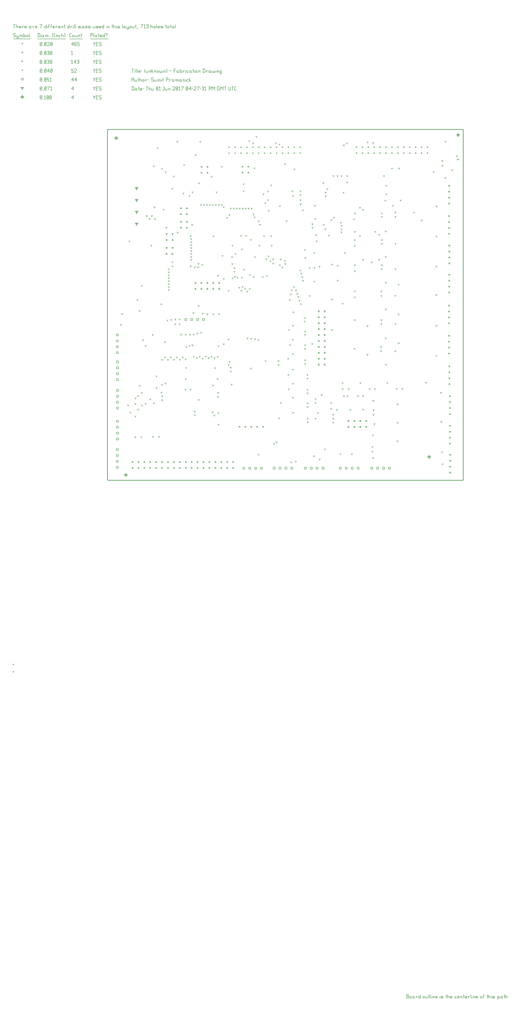
<source format=gbr>
G04 start of page 14 for group -3984 idx -3984 *
G04 Title: (unknown), fab *
G04 Creator: pcb 20140316 *
G04 CreationDate: Thu 01 Jun 2017 04:27:31 PM GMT UTC *
G04 For: sumit *
G04 Format: Gerber/RS-274X *
G04 PCB-Dimensions (mm): 381.00 381.00 *
G04 PCB-Coordinate-Origin: lower left *
%MOMM*%
%FSLAX43Y43*%
%LNFAB*%
%ADD192C,0.191*%
%ADD191C,0.152*%
%ADD190C,0.203*%
%ADD189C,0.254*%
G54D189*X192943Y219707D02*Y369791D01*
X192824Y369910D01*
X40488D01*
X40389Y219781D02*X40564Y219606D01*
X192781D01*
X192783Y219608D01*
X192842Y219606D02*X192943Y219707D01*
X40488Y369910D02*X40348Y369771D01*
Y219822D01*
X40419Y219751D01*
G54D190*X44107Y367020D02*Y365394D01*
X43294Y366207D02*X44920D01*
X43701Y366613D02*X44514D01*
X43701D02*Y365801D01*
X44514D01*
Y366613D02*Y365801D01*
X190807Y368379D02*Y366753D01*
X189995Y367566D02*X191620D01*
X190401Y367972D02*X191214D01*
X190401D02*Y367160D01*
X191214D01*
Y367972D02*Y367160D01*
X48250Y222646D02*Y221021D01*
X47437Y221833D02*X49063D01*
X47843Y222240D02*X48656D01*
X47843D02*Y221427D01*
X48656D01*
Y222240D02*Y221427D01*
X178374Y230365D02*Y228740D01*
X177561Y229552D02*X179187D01*
X177968Y229959D02*X178780D01*
X177968D02*Y229146D01*
X178780D01*
Y229959D02*Y229146D01*
X3810Y384670D02*Y383045D01*
X2997Y383858D02*X4623D01*
X3404Y384264D02*X4216D01*
X3404D02*Y383451D01*
X4216D01*
Y384264D02*Y383451D01*
G54D191*X34290Y384429D02*X34671Y383667D01*
X35052Y384429D01*
X34671Y383667D02*Y382905D01*
X35509Y383743D02*X36081D01*
X35509Y382905D02*X36271D01*
X35509Y384429D02*Y382905D01*
Y384429D02*X36271D01*
X37490D02*X37681Y384238D01*
X36919Y384429D02*X37490D01*
X36728Y384238D02*X36919Y384429D01*
X36728Y384238D02*Y383858D01*
X36919Y383667D01*
X37490D01*
X37681Y383476D01*
Y383096D01*
X37490Y382905D02*X37681Y383096D01*
X36919Y382905D02*X37490D01*
X36728Y383096D02*X36919Y382905D01*
X24892Y383476D02*X25654Y384429D01*
X24892Y383476D02*X25844D01*
X25654Y384429D02*Y382905D01*
X11430Y383096D02*X11620Y382905D01*
X11430Y384238D02*Y383096D01*
Y384238D02*X11620Y384429D01*
X12002D01*
X12192Y384238D01*
Y383096D01*
X12002Y382905D02*X12192Y383096D01*
X11620Y382905D02*X12002D01*
X11430Y383286D02*X12192Y384048D01*
X12649Y382905D02*X12840D01*
X13297Y384124D02*X13602Y384429D01*
Y382905D01*
X13297D02*X13868D01*
X14326Y383096D02*X14516Y382905D01*
X14326Y384238D02*Y383096D01*
Y384238D02*X14516Y384429D01*
X14897D01*
X15088Y384238D01*
Y383096D01*
X14897Y382905D02*X15088Y383096D01*
X14516Y382905D02*X14897D01*
X14326Y383286D02*X15088Y384048D01*
X15545Y383096D02*X15735Y382905D01*
X15545Y384238D02*Y383096D01*
Y384238D02*X15735Y384429D01*
X16116D01*
X16307Y384238D01*
Y383096D01*
X16116Y382905D02*X16307Y383096D01*
X15735Y382905D02*X16116D01*
X15545Y383286D02*X16307Y384048D01*
X52873Y344708D02*Y343896D01*
Y344708D02*X53577Y345115D01*
X52873Y344708D02*X52168Y345115D01*
X52466Y344708D02*G75*G03X53279Y344708I406J0D01*G01*
G75*G03X52466Y344708I-406J0D01*G01*
X52873Y339628D02*Y338816D01*
Y339628D02*X53577Y340035D01*
X52873Y339628D02*X52168Y340035D01*
X52466Y339628D02*G75*G03X53279Y339628I406J0D01*G01*
G75*G03X52466Y339628I-406J0D01*G01*
X52873Y334548D02*Y333736D01*
Y334548D02*X53577Y334955D01*
X52873Y334548D02*X52168Y334955D01*
X52466Y334548D02*G75*G03X53279Y334548I406J0D01*G01*
G75*G03X52466Y334548I-406J0D01*G01*
X52873Y329468D02*Y328656D01*
Y329468D02*X53577Y329875D01*
X52873Y329468D02*X52168Y329875D01*
X52466Y329468D02*G75*G03X53279Y329468I406J0D01*G01*
G75*G03X52466Y329468I-406J0D01*G01*
X3810Y387668D02*Y386855D01*
Y387668D02*X4514Y388074D01*
X3810Y387668D02*X3106Y388074D01*
X3404Y387668D02*G75*G03X4216Y387668I406J0D01*G01*
G75*G03X3404Y387668I-406J0D01*G01*
X34290Y388239D02*X34671Y387477D01*
X35052Y388239D01*
X34671Y387477D02*Y386715D01*
X35509Y387553D02*X36081D01*
X35509Y386715D02*X36271D01*
X35509Y388239D02*Y386715D01*
Y388239D02*X36271D01*
X37490D02*X37681Y388048D01*
X36919Y388239D02*X37490D01*
X36728Y388048D02*X36919Y388239D01*
X36728Y388048D02*Y387668D01*
X36919Y387477D01*
X37490D01*
X37681Y387286D01*
Y386906D01*
X37490Y386715D02*X37681Y386906D01*
X36919Y386715D02*X37490D01*
X36728Y386906D02*X36919Y386715D01*
X24892Y387286D02*X25654Y388239D01*
X24892Y387286D02*X25844D01*
X25654Y388239D02*Y386715D01*
X11430Y386906D02*X11620Y386715D01*
X11430Y388048D02*Y386906D01*
Y388048D02*X11620Y388239D01*
X12002D01*
X12192Y388048D01*
Y386906D01*
X12002Y386715D02*X12192Y386906D01*
X11620Y386715D02*X12002D01*
X11430Y387096D02*X12192Y387858D01*
X12649Y386715D02*X12840D01*
X13297Y386906D02*X13487Y386715D01*
X13297Y388048D02*Y386906D01*
Y388048D02*X13487Y388239D01*
X13868D01*
X14059Y388048D01*
Y386906D01*
X13868Y386715D02*X14059Y386906D01*
X13487Y386715D02*X13868D01*
X13297Y387096D02*X14059Y387858D01*
X14707Y386715D02*X15469Y388239D01*
X14516D02*X15469D01*
X15926Y387934D02*X16231Y388239D01*
Y386715D01*
X15926D02*X16497D01*
X73558Y288920D02*X74371D01*
X73558D02*Y288107D01*
X74371D01*
Y288920D02*Y288107D01*
X76098Y288920D02*X76911D01*
X76098D02*Y288107D01*
X76911D01*
Y288920D02*Y288107D01*
X78638Y288920D02*X79451D01*
X78638D02*Y288107D01*
X79451D01*
Y288920D02*Y288107D01*
X81178Y288920D02*X81991D01*
X81178D02*Y288107D01*
X81991D01*
Y288920D02*Y288107D01*
X44193Y282265D02*X45006D01*
X44193D02*Y281452D01*
X45006D01*
Y282265D02*Y281452D01*
X44193Y279725D02*X45006D01*
X44193D02*Y278912D01*
X45006D01*
Y279725D02*Y278912D01*
X44193Y277185D02*X45006D01*
X44193D02*Y276372D01*
X45006D01*
Y277185D02*Y276372D01*
X44193Y274645D02*X45006D01*
X44193D02*Y273832D01*
X45006D01*
Y274645D02*Y273832D01*
X124816Y225133D02*X125628D01*
X124816D02*Y224320D01*
X125628D01*
Y225133D02*Y224320D01*
X127356Y225133D02*X128168D01*
X127356D02*Y224320D01*
X128168D01*
Y225133D02*Y224320D01*
X129896Y225133D02*X130708D01*
X129896D02*Y224320D01*
X130708D01*
Y225133D02*Y224320D01*
X132436Y225133D02*X133248D01*
X132436D02*Y224320D01*
X133248D01*
Y225133D02*Y224320D01*
X153383Y225156D02*X154196D01*
X153383D02*Y224343D01*
X154196D01*
Y225156D02*Y224343D01*
X155923Y225156D02*X156736D01*
X155923D02*Y224343D01*
X156736D01*
Y225156D02*Y224343D01*
X158463Y225156D02*X159276D01*
X158463D02*Y224343D01*
X159276D01*
Y225156D02*Y224343D01*
X161003Y225156D02*X161816D01*
X161003D02*Y224343D01*
X161816D01*
Y225156D02*Y224343D01*
X111473Y225146D02*X112286D01*
X111473D02*Y224333D01*
X112286D01*
Y225146D02*Y224333D01*
X114013Y225146D02*X114826D01*
X114013D02*Y224333D01*
X114826D01*
Y225146D02*Y224333D01*
X116553Y225146D02*X117366D01*
X116553D02*Y224333D01*
X117366D01*
Y225146D02*Y224333D01*
X119093Y225146D02*X119906D01*
X119093D02*Y224333D01*
X119906D01*
Y225146D02*Y224333D01*
X139845Y225163D02*X140658D01*
X139845D02*Y224351D01*
X140658D01*
Y225163D02*Y224351D01*
X142385Y225163D02*X143198D01*
X142385D02*Y224351D01*
X143198D01*
Y225163D02*Y224351D01*
X144925Y225163D02*X145738D01*
X144925D02*Y224351D01*
X145738D01*
Y225163D02*Y224351D01*
X147465Y225163D02*X148278D01*
X147465D02*Y224351D01*
X148278D01*
Y225163D02*Y224351D01*
X98463Y225105D02*X99276D01*
X98463D02*Y224292D01*
X99276D01*
Y225105D02*Y224292D01*
X101003Y225105D02*X101816D01*
X101003D02*Y224292D01*
X101816D01*
Y225105D02*Y224292D01*
X103543Y225105D02*X104356D01*
X103543D02*Y224292D01*
X104356D01*
Y225105D02*Y224292D01*
X106083Y225105D02*X106896D01*
X106083D02*Y224292D01*
X106896D01*
Y225105D02*Y224292D01*
X44130Y233154D02*X44943D01*
X44130D02*Y232341D01*
X44943D01*
Y233154D02*Y232341D01*
X44130Y230614D02*X44943D01*
X44130D02*Y229801D01*
X44943D01*
Y230614D02*Y229801D01*
X44130Y228074D02*X44943D01*
X44130D02*Y227261D01*
X44943D01*
Y228074D02*Y227261D01*
X44130Y225534D02*X44943D01*
X44130D02*Y224721D01*
X44943D01*
Y225534D02*Y224721D01*
X44214Y245260D02*X45027D01*
X44214D02*Y244447D01*
X45027D01*
Y245260D02*Y244447D01*
X44214Y242720D02*X45027D01*
X44214D02*Y241907D01*
X45027D01*
Y242720D02*Y241907D01*
X44214Y240180D02*X45027D01*
X44214D02*Y239367D01*
X45027D01*
Y240180D02*Y239367D01*
X44214Y237640D02*X45027D01*
X44214D02*Y236827D01*
X45027D01*
Y237640D02*Y236827D01*
X44226Y270708D02*X45039D01*
X44226D02*Y269895D01*
X45039D01*
Y270708D02*Y269895D01*
X44226Y268168D02*X45039D01*
X44226D02*Y267355D01*
X45039D01*
Y268168D02*Y267355D01*
X44226Y265628D02*X45039D01*
X44226D02*Y264815D01*
X45039D01*
Y265628D02*Y264815D01*
X44226Y263088D02*X45039D01*
X44226D02*Y262275D01*
X45039D01*
Y263088D02*Y262275D01*
X44257Y258481D02*X45070D01*
X44257D02*Y257668D01*
X45070D01*
Y258481D02*Y257668D01*
X44257Y255941D02*X45070D01*
X44257D02*Y255128D01*
X45070D01*
Y255941D02*Y255128D01*
X44257Y253401D02*X45070D01*
X44257D02*Y252588D01*
X45070D01*
Y253401D02*Y252588D01*
X44257Y250861D02*X45070D01*
X44257D02*Y250048D01*
X45070D01*
Y250861D02*Y250048D01*
X3404Y391884D02*X4216D01*
X3404D02*Y391071D01*
X4216D01*
Y391884D02*Y391071D01*
X34290Y392049D02*X34671Y391287D01*
X35052Y392049D01*
X34671Y391287D02*Y390525D01*
X35509Y391363D02*X36081D01*
X35509Y390525D02*X36271D01*
X35509Y392049D02*Y390525D01*
Y392049D02*X36271D01*
X37490D02*X37681Y391858D01*
X36919Y392049D02*X37490D01*
X36728Y391858D02*X36919Y392049D01*
X36728Y391858D02*Y391478D01*
X36919Y391287D01*
X37490D01*
X37681Y391096D01*
Y390716D01*
X37490Y390525D02*X37681Y390716D01*
X36919Y390525D02*X37490D01*
X36728Y390716D02*X36919Y390525D01*
X24892Y391096D02*X25654Y392049D01*
X24892Y391096D02*X25844D01*
X25654Y392049D02*Y390525D01*
X26302Y391096D02*X27064Y392049D01*
X26302Y391096D02*X27254D01*
X27064Y392049D02*Y390525D01*
X11430Y390716D02*X11620Y390525D01*
X11430Y391858D02*Y390716D01*
Y391858D02*X11620Y392049D01*
X12002D01*
X12192Y391858D01*
Y390716D01*
X12002Y390525D02*X12192Y390716D01*
X11620Y390525D02*X12002D01*
X11430Y390906D02*X12192Y391668D01*
X12649Y390525D02*X12840D01*
X13297Y390716D02*X13487Y390525D01*
X13297Y391858D02*Y390716D01*
Y391858D02*X13487Y392049D01*
X13868D01*
X14059Y391858D01*
Y390716D01*
X13868Y390525D02*X14059Y390716D01*
X13487Y390525D02*X13868D01*
X13297Y390906D02*X14059Y391668D01*
X14516Y392049D02*X15278D01*
X14516D02*Y391287D01*
X14707Y391478D01*
X15088D01*
X15278Y391287D01*
Y390716D01*
X15088Y390525D02*X15278Y390716D01*
X14707Y390525D02*X15088D01*
X14516Y390716D02*X14707Y390525D01*
X15735Y391744D02*X16040Y392049D01*
Y390525D01*
X15735D02*X16307D01*
X146990Y359763D02*G75*G03X147396Y359763I203J0D01*G01*
G75*G03X146990Y359763I-203J0D01*G01*
Y362303D02*G75*G03X147396Y362303I203J0D01*G01*
G75*G03X146990Y362303I-203J0D01*G01*
X149530Y359763D02*G75*G03X149936Y359763I203J0D01*G01*
G75*G03X149530Y359763I-203J0D01*G01*
Y362303D02*G75*G03X149936Y362303I203J0D01*G01*
G75*G03X149530Y362303I-203J0D01*G01*
X152070Y359763D02*G75*G03X152476Y359763I203J0D01*G01*
G75*G03X152070Y359763I-203J0D01*G01*
Y362303D02*G75*G03X152476Y362303I203J0D01*G01*
G75*G03X152070Y362303I-203J0D01*G01*
X154610Y359763D02*G75*G03X155016Y359763I203J0D01*G01*
G75*G03X154610Y359763I-203J0D01*G01*
Y362303D02*G75*G03X155016Y362303I203J0D01*G01*
G75*G03X154610Y362303I-203J0D01*G01*
X157150Y359763D02*G75*G03X157556Y359763I203J0D01*G01*
G75*G03X157150Y359763I-203J0D01*G01*
Y362303D02*G75*G03X157556Y362303I203J0D01*G01*
G75*G03X157150Y362303I-203J0D01*G01*
X159690Y359763D02*G75*G03X160096Y359763I203J0D01*G01*
G75*G03X159690Y359763I-203J0D01*G01*
Y362303D02*G75*G03X160096Y362303I203J0D01*G01*
G75*G03X159690Y362303I-203J0D01*G01*
X162230Y359763D02*G75*G03X162636Y359763I203J0D01*G01*
G75*G03X162230Y359763I-203J0D01*G01*
Y362303D02*G75*G03X162636Y362303I203J0D01*G01*
G75*G03X162230Y362303I-203J0D01*G01*
X164770Y359763D02*G75*G03X165176Y359763I203J0D01*G01*
G75*G03X164770Y359763I-203J0D01*G01*
Y362303D02*G75*G03X165176Y362303I203J0D01*G01*
G75*G03X164770Y362303I-203J0D01*G01*
X167310Y359763D02*G75*G03X167716Y359763I203J0D01*G01*
G75*G03X167310Y359763I-203J0D01*G01*
Y362303D02*G75*G03X167716Y362303I203J0D01*G01*
G75*G03X167310Y362303I-203J0D01*G01*
X169850Y359763D02*G75*G03X170256Y359763I203J0D01*G01*
G75*G03X169850Y359763I-203J0D01*G01*
Y362303D02*G75*G03X170256Y362303I203J0D01*G01*
G75*G03X169850Y362303I-203J0D01*G01*
X172390Y359763D02*G75*G03X172796Y359763I203J0D01*G01*
G75*G03X172390Y359763I-203J0D01*G01*
Y362303D02*G75*G03X172796Y362303I203J0D01*G01*
G75*G03X172390Y362303I-203J0D01*G01*
X174930Y359763D02*G75*G03X175336Y359763I203J0D01*G01*
G75*G03X174930Y359763I-203J0D01*G01*
Y362303D02*G75*G03X175336Y362303I203J0D01*G01*
G75*G03X174930Y362303I-203J0D01*G01*
X177470Y359763D02*G75*G03X177876Y359763I203J0D01*G01*
G75*G03X177470Y359763I-203J0D01*G01*
Y362303D02*G75*G03X177876Y362303I203J0D01*G01*
G75*G03X177470Y362303I-203J0D01*G01*
X92372Y359748D02*G75*G03X92779Y359748I203J0D01*G01*
G75*G03X92372Y359748I-203J0D01*G01*
Y362288D02*G75*G03X92779Y362288I203J0D01*G01*
G75*G03X92372Y362288I-203J0D01*G01*
X94912Y359748D02*G75*G03X95319Y359748I203J0D01*G01*
G75*G03X94912Y359748I-203J0D01*G01*
Y362288D02*G75*G03X95319Y362288I203J0D01*G01*
G75*G03X94912Y362288I-203J0D01*G01*
X97452Y359748D02*G75*G03X97859Y359748I203J0D01*G01*
G75*G03X97452Y359748I-203J0D01*G01*
Y362288D02*G75*G03X97859Y362288I203J0D01*G01*
G75*G03X97452Y362288I-203J0D01*G01*
X99992Y359748D02*G75*G03X100399Y359748I203J0D01*G01*
G75*G03X99992Y359748I-203J0D01*G01*
Y362288D02*G75*G03X100399Y362288I203J0D01*G01*
G75*G03X99992Y362288I-203J0D01*G01*
X102532Y359748D02*G75*G03X102939Y359748I203J0D01*G01*
G75*G03X102532Y359748I-203J0D01*G01*
Y362288D02*G75*G03X102939Y362288I203J0D01*G01*
G75*G03X102532Y362288I-203J0D01*G01*
X105072Y359748D02*G75*G03X105479Y359748I203J0D01*G01*
G75*G03X105072Y359748I-203J0D01*G01*
Y362288D02*G75*G03X105479Y362288I203J0D01*G01*
G75*G03X105072Y362288I-203J0D01*G01*
X107612Y359748D02*G75*G03X108019Y359748I203J0D01*G01*
G75*G03X107612Y359748I-203J0D01*G01*
Y362288D02*G75*G03X108019Y362288I203J0D01*G01*
G75*G03X107612Y362288I-203J0D01*G01*
X110152Y359748D02*G75*G03X110559Y359748I203J0D01*G01*
G75*G03X110152Y359748I-203J0D01*G01*
Y362288D02*G75*G03X110559Y362288I203J0D01*G01*
G75*G03X110152Y362288I-203J0D01*G01*
X112692Y359748D02*G75*G03X113099Y359748I203J0D01*G01*
G75*G03X112692Y359748I-203J0D01*G01*
Y362288D02*G75*G03X113099Y362288I203J0D01*G01*
G75*G03X112692Y362288I-203J0D01*G01*
X115232Y359748D02*G75*G03X115639Y359748I203J0D01*G01*
G75*G03X115232Y359748I-203J0D01*G01*
Y362288D02*G75*G03X115639Y362288I203J0D01*G01*
G75*G03X115232Y362288I-203J0D01*G01*
X117772Y359748D02*G75*G03X118179Y359748I203J0D01*G01*
G75*G03X117772Y359748I-203J0D01*G01*
Y362288D02*G75*G03X118179Y362288I203J0D01*G01*
G75*G03X117772Y362288I-203J0D01*G01*
X120312Y359748D02*G75*G03X120719Y359748I203J0D01*G01*
G75*G03X120312Y359748I-203J0D01*G01*
Y362288D02*G75*G03X120719Y362288I203J0D01*G01*
G75*G03X120312Y362288I-203J0D01*G01*
X122852Y359748D02*G75*G03X123259Y359748I203J0D01*G01*
G75*G03X122852Y359748I-203J0D01*G01*
Y362288D02*G75*G03X123259Y362288I203J0D01*G01*
G75*G03X122852Y362288I-203J0D01*G01*
X3607Y395288D02*G75*G03X4013Y395288I203J0D01*G01*
G75*G03X3607Y395288I-203J0D01*G01*
X34290Y395859D02*X34671Y395097D01*
X35052Y395859D01*
X34671Y395097D02*Y394335D01*
X35509Y395173D02*X36081D01*
X35509Y394335D02*X36271D01*
X35509Y395859D02*Y394335D01*
Y395859D02*X36271D01*
X37490D02*X37681Y395668D01*
X36919Y395859D02*X37490D01*
X36728Y395668D02*X36919Y395859D01*
X36728Y395668D02*Y395288D01*
X36919Y395097D01*
X37490D01*
X37681Y394906D01*
Y394526D01*
X37490Y394335D02*X37681Y394526D01*
X36919Y394335D02*X37490D01*
X36728Y394526D02*X36919Y394335D01*
X24892Y395859D02*X25654D01*
X24892D02*Y395097D01*
X25082Y395288D01*
X25464D01*
X25654Y395097D01*
Y394526D01*
X25464Y394335D02*X25654Y394526D01*
X25082Y394335D02*X25464D01*
X24892Y394526D02*X25082Y394335D01*
X26111Y395668D02*X26302Y395859D01*
X26873D01*
X27064Y395668D01*
Y395288D01*
X26111Y394335D02*X27064Y395288D01*
X26111Y394335D02*X27064D01*
X11430Y394526D02*X11620Y394335D01*
X11430Y395668D02*Y394526D01*
Y395668D02*X11620Y395859D01*
X12002D01*
X12192Y395668D01*
Y394526D01*
X12002Y394335D02*X12192Y394526D01*
X11620Y394335D02*X12002D01*
X11430Y394716D02*X12192Y395478D01*
X12649Y394335D02*X12840D01*
X13297Y394526D02*X13487Y394335D01*
X13297Y395668D02*Y394526D01*
Y395668D02*X13487Y395859D01*
X13868D01*
X14059Y395668D01*
Y394526D01*
X13868Y394335D02*X14059Y394526D01*
X13487Y394335D02*X13868D01*
X13297Y394716D02*X14059Y395478D01*
X14516Y394906D02*X15278Y395859D01*
X14516Y394906D02*X15469D01*
X15278Y395859D02*Y394335D01*
X15926Y394526D02*X16116Y394335D01*
X15926Y395668D02*Y394526D01*
Y395668D02*X16116Y395859D01*
X16497D01*
X16688Y395668D01*
Y394526D01*
X16497Y394335D02*X16688Y394526D01*
X16116Y394335D02*X16497D01*
X15926Y394716D02*X16688Y395478D01*
X87960Y304470D02*X88570Y303860D01*
X87960D02*X88570Y304470D01*
X87960Y301930D02*X88570Y301320D01*
X87960D02*X88570Y301930D01*
X85420Y304470D02*X86030Y303860D01*
X85420D02*X86030Y304470D01*
X85420Y301930D02*X86030Y301320D01*
X85420D02*X86030Y301930D01*
X82880Y304470D02*X83490Y303860D01*
X82880D02*X83490Y304470D01*
X82880Y301930D02*X83490Y301320D01*
X82880D02*X83490Y301930D01*
X80340Y304470D02*X80950Y303860D01*
X80340D02*X80950Y304470D01*
X80340Y301930D02*X80950Y301320D01*
X80340D02*X80950Y301930D01*
X77800Y304470D02*X78410Y303860D01*
X77800D02*X78410Y304470D01*
X77800Y301930D02*X78410Y301320D01*
X77800D02*X78410Y301930D01*
X93962Y227708D02*X94572Y227099D01*
X93962D02*X94572Y227708D01*
X93962Y225168D02*X94572Y224559D01*
X93962D02*X94572Y225168D01*
X91422Y227708D02*X92032Y227099D01*
X91422D02*X92032Y227708D01*
X91422Y225168D02*X92032Y224559D01*
X91422D02*X92032Y225168D01*
X88882Y227708D02*X89492Y227099D01*
X88882D02*X89492Y227708D01*
X88882Y225168D02*X89492Y224559D01*
X88882D02*X89492Y225168D01*
X86342Y227708D02*X86952Y227099D01*
X86342D02*X86952Y227708D01*
X86342Y225168D02*X86952Y224559D01*
X86342D02*X86952Y225168D01*
X83802Y227708D02*X84412Y227099D01*
X83802D02*X84412Y227708D01*
X83802Y225168D02*X84412Y224559D01*
X83802D02*X84412Y225168D01*
X81262Y227708D02*X81872Y227099D01*
X81262D02*X81872Y227708D01*
X81262Y225168D02*X81872Y224559D01*
X81262D02*X81872Y225168D01*
X78722Y227708D02*X79332Y227099D01*
X78722D02*X79332Y227708D01*
X78722Y225168D02*X79332Y224559D01*
X78722D02*X79332Y225168D01*
X76182Y227708D02*X76792Y227099D01*
X76182D02*X76792Y227708D01*
X76182Y225168D02*X76792Y224559D01*
X76182D02*X76792Y225168D01*
X73642Y227708D02*X74252Y227099D01*
X73642D02*X74252Y227708D01*
X73642Y225168D02*X74252Y224559D01*
X73642D02*X74252Y225168D01*
X71102Y227708D02*X71712Y227099D01*
X71102D02*X71712Y227708D01*
X71102Y225168D02*X71712Y224559D01*
X71102D02*X71712Y225168D01*
X68562Y227708D02*X69172Y227099D01*
X68562D02*X69172Y227708D01*
X68562Y225168D02*X69172Y224559D01*
X68562D02*X69172Y225168D01*
X66022Y227708D02*X66632Y227099D01*
X66022D02*X66632Y227708D01*
X66022Y225168D02*X66632Y224559D01*
X66022D02*X66632Y225168D01*
X63482Y227708D02*X64092Y227099D01*
X63482D02*X64092Y227708D01*
X63482Y225168D02*X64092Y224559D01*
X63482D02*X64092Y225168D01*
X60942Y227708D02*X61552Y227099D01*
X60942D02*X61552Y227708D01*
X60942Y225168D02*X61552Y224559D01*
X60942D02*X61552Y225168D01*
X58402Y227708D02*X59012Y227099D01*
X58402D02*X59012Y227708D01*
X58402Y225168D02*X59012Y224559D01*
X58402D02*X59012Y225168D01*
X55862Y227708D02*X56472Y227099D01*
X55862D02*X56472Y227708D01*
X55862Y225168D02*X56472Y224559D01*
X55862D02*X56472Y225168D01*
X53322Y227708D02*X53932Y227099D01*
X53322D02*X53932Y227708D01*
X53322Y225168D02*X53932Y224559D01*
X53322D02*X53932Y225168D01*
X50782Y227708D02*X51392Y227099D01*
X50782D02*X51392Y227708D01*
X50782Y225168D02*X51392Y224559D01*
X50782D02*X51392Y225168D01*
X187066Y248270D02*X187676Y247660D01*
X187066D02*X187676Y248270D01*
X187066Y250810D02*X187676Y250200D01*
X187066D02*X187676Y250810D01*
X187066Y253350D02*X187676Y252740D01*
X187066D02*X187676Y253350D01*
X187066Y255890D02*X187676Y255280D01*
X187066D02*X187676Y255890D01*
X186809Y261066D02*X187419Y260457D01*
X186809D02*X187419Y261066D01*
X186809Y263606D02*X187419Y262997D01*
X186809D02*X187419Y263606D01*
X186809Y266146D02*X187419Y265537D01*
X186809D02*X187419Y266146D01*
X186809Y268686D02*X187419Y268077D01*
X186809D02*X187419Y268686D01*
X186616Y274223D02*X187226Y273614D01*
X186616D02*X187226Y274223D01*
X186616Y276763D02*X187226Y276154D01*
X186616D02*X187226Y276763D01*
X186616Y279303D02*X187226Y278694D01*
X186616D02*X187226Y279303D01*
X186616Y281843D02*X187226Y281234D01*
X186616D02*X187226Y281843D01*
X186642Y287160D02*X187251Y286550D01*
X186642D02*X187251Y287160D01*
X186642Y289700D02*X187251Y289090D01*
X186642D02*X187251Y289700D01*
X186642Y292240D02*X187251Y291630D01*
X186642D02*X187251Y292240D01*
X186642Y294780D02*X187251Y294170D01*
X186642D02*X187251Y294780D01*
X186708Y300378D02*X187317Y299768D01*
X186708D02*X187317Y300378D01*
X186708Y302918D02*X187317Y302308D01*
X186708D02*X187317Y302918D01*
X186708Y305458D02*X187317Y304848D01*
X186708D02*X187317Y305458D01*
X186708Y307998D02*X187317Y307388D01*
X186708D02*X187317Y307998D01*
X186733Y312773D02*X187343Y312163D01*
X186733D02*X187343Y312773D01*
X186733Y315313D02*X187343Y314703D01*
X186733D02*X187343Y315313D01*
X186733Y317853D02*X187343Y317243D01*
X186733D02*X187343Y317853D01*
X186733Y320393D02*X187343Y319783D01*
X186733D02*X187343Y320393D01*
X186609Y325491D02*X187218Y324881D01*
X186609D02*X187218Y325491D01*
X186609Y328031D02*X187218Y327421D01*
X186609D02*X187218Y328031D01*
X186609Y330571D02*X187218Y329961D01*
X186609D02*X187218Y330571D01*
X186609Y333111D02*X187218Y332501D01*
X186609D02*X187218Y333111D01*
X80465Y354216D02*X81074Y353606D01*
X80465D02*X81074Y354216D01*
X80465Y351676D02*X81074Y351066D01*
X80465D02*X81074Y351676D01*
X83007Y354213D02*X83617Y353604D01*
X83007D02*X83617Y354213D01*
X83007Y351673D02*X83617Y351064D01*
X83007D02*X83617Y351673D01*
X100487Y351782D02*X101097Y351173D01*
X100487D02*X101097Y351782D01*
X97947D02*X98557Y351173D01*
X97947D02*X98557Y351782D01*
X100493Y354320D02*X101102Y353710D01*
X100493D02*X101102Y354320D01*
X97953D02*X98562Y353710D01*
X97953D02*X98562Y354320D01*
X130711Y292273D02*X131321Y291663D01*
X130711D02*X131321Y292273D01*
X133251D02*X133861Y291663D01*
X133251D02*X133861Y292273D01*
X130711Y289733D02*X131321Y289123D01*
X130711D02*X131321Y289733D01*
X133251D02*X133861Y289123D01*
X133251D02*X133861Y289733D01*
X130711Y287193D02*X131321Y286583D01*
X130711D02*X131321Y287193D01*
X133251D02*X133861Y286583D01*
X133251D02*X133861Y287193D01*
X130711Y284653D02*X131321Y284043D01*
X130711D02*X131321Y284653D01*
X133251D02*X133861Y284043D01*
X133251D02*X133861Y284653D01*
X130711Y282113D02*X131321Y281503D01*
X130711D02*X131321Y282113D01*
X133251D02*X133861Y281503D01*
X133251D02*X133861Y282113D01*
X130711Y279573D02*X131321Y278963D01*
X130711D02*X131321Y279573D01*
X133251D02*X133861Y278963D01*
X133251D02*X133861Y279573D01*
X130711Y277033D02*X131321Y276423D01*
X130711D02*X131321Y277033D01*
X133251D02*X133861Y276423D01*
X133251D02*X133861Y277033D01*
X130711Y274493D02*X131321Y273883D01*
X130711D02*X131321Y274493D01*
X133251D02*X133861Y273883D01*
X133251D02*X133861Y274493D01*
X130711Y271953D02*X131321Y271343D01*
X130711D02*X131321Y271953D01*
X133251D02*X133861Y271343D01*
X133251D02*X133861Y271953D01*
X130711Y269413D02*X131321Y268803D01*
X130711D02*X131321Y269413D01*
X133251D02*X133861Y268803D01*
X133251D02*X133861Y269413D01*
X186662Y338485D02*X187272Y337876D01*
X186662D02*X187272Y338485D01*
X186662Y341025D02*X187272Y340416D01*
X186662D02*X187272Y341025D01*
X186662Y343565D02*X187272Y342956D01*
X186662D02*X187272Y343565D01*
X186662Y346105D02*X187272Y345496D01*
X186662D02*X187272Y346105D01*
X143474Y242745D02*X144084Y242136D01*
X143474D02*X144084Y242745D01*
X143474Y245285D02*X144084Y244676D01*
X143474D02*X144084Y245285D01*
X146014Y242745D02*X146624Y242136D01*
X146014D02*X146624Y242745D01*
X146014Y245285D02*X146624Y244676D01*
X146014D02*X146624Y245285D01*
X148554Y242745D02*X149164Y242136D01*
X148554D02*X149164Y242745D01*
X148554Y245285D02*X149164Y244676D01*
X148554D02*X149164Y245285D01*
X151094Y242745D02*X151704Y242136D01*
X151094D02*X151704Y242745D01*
X151094Y245285D02*X151704Y244676D01*
X151094D02*X151704Y245285D01*
X96703Y242758D02*X97312Y242148D01*
X96703D02*X97312Y242758D01*
X99243D02*X99852Y242148D01*
X99243D02*X99852Y242758D01*
X101783D02*X102392Y242148D01*
X101783D02*X102392Y242758D01*
X104323D02*X104932Y242148D01*
X104323D02*X104932Y242758D01*
X106863D02*X107472Y242148D01*
X106863D02*X107472Y242758D01*
X74135Y333934D02*X74745Y333324D01*
X74135D02*X74745Y333934D01*
X71595D02*X72205Y333324D01*
X71595D02*X72205Y333934D01*
X74130Y336456D02*X74740Y335846D01*
X74130D02*X74740Y336456D01*
X71590D02*X72200Y335846D01*
X71590D02*X72200Y336456D01*
X74155Y328132D02*X74765Y327523D01*
X74155D02*X74765Y328132D01*
X71615D02*X72225Y327523D01*
X71615D02*X72225Y328132D01*
X74155Y330670D02*X74765Y330060D01*
X74155D02*X74765Y330670D01*
X71615D02*X72225Y330060D01*
X71615D02*X72225Y330670D01*
X67970Y322857D02*X68580Y322247D01*
X67970D02*X68580Y322857D01*
X65430D02*X66040Y322247D01*
X65430D02*X66040Y322857D01*
X67973Y325412D02*X68583Y324802D01*
X67973D02*X68583Y325412D01*
X65433D02*X66043Y324802D01*
X65433D02*X66043Y325412D01*
X67955Y316913D02*X68565Y316304D01*
X67955D02*X68565Y316913D01*
X65415D02*X66025Y316304D01*
X65415D02*X66025Y316913D01*
X67953Y319463D02*X68562Y318854D01*
X67953D02*X68562Y319463D01*
X65413D02*X66022Y318854D01*
X65413D02*X66022Y319463D01*
X187074Y223111D02*X187683Y222501D01*
X187074D02*X187683Y223111D01*
X187074Y225651D02*X187683Y225041D01*
X187074D02*X187683Y225651D01*
X187074Y228191D02*X187683Y227581D01*
X187074D02*X187683Y228191D01*
X187074Y230731D02*X187683Y230121D01*
X187074D02*X187683Y230731D01*
X187066Y235605D02*X187676Y234996D01*
X187066D02*X187676Y235605D01*
X187066Y238145D02*X187676Y237536D01*
X187066D02*X187676Y238145D01*
X187066Y240685D02*X187676Y240076D01*
X187066D02*X187676Y240685D01*
X187066Y243225D02*X187676Y242616D01*
X187066D02*X187676Y243225D01*
X3505Y399402D02*X4115Y398793D01*
X3505D02*X4115Y399402D01*
X34290Y399669D02*X34671Y398907D01*
X35052Y399669D01*
X34671Y398907D02*Y398145D01*
X35509Y398983D02*X36081D01*
X35509Y398145D02*X36271D01*
X35509Y399669D02*Y398145D01*
Y399669D02*X36271D01*
X37490D02*X37681Y399478D01*
X36919Y399669D02*X37490D01*
X36728Y399478D02*X36919Y399669D01*
X36728Y399478D02*Y399098D01*
X36919Y398907D01*
X37490D01*
X37681Y398716D01*
Y398336D01*
X37490Y398145D02*X37681Y398336D01*
X36919Y398145D02*X37490D01*
X36728Y398336D02*X36919Y398145D01*
X24892Y399364D02*X25197Y399669D01*
Y398145D01*
X24892D02*X25464D01*
X25921Y398716D02*X26683Y399669D01*
X25921Y398716D02*X26873D01*
X26683Y399669D02*Y398145D01*
X27330Y399478D02*X27521Y399669D01*
X27902D01*
X28092Y399478D01*
X27902Y398145D02*X28092Y398336D01*
X27521Y398145D02*X27902D01*
X27330Y398336D02*X27521Y398145D01*
Y398983D02*X27902D01*
X28092Y399478D02*Y399174D01*
Y398793D02*Y398336D01*
Y398793D02*X27902Y398983D01*
X28092Y399174D02*X27902Y398983D01*
X11430Y398336D02*X11620Y398145D01*
X11430Y399478D02*Y398336D01*
Y399478D02*X11620Y399669D01*
X12002D01*
X12192Y399478D01*
Y398336D01*
X12002Y398145D02*X12192Y398336D01*
X11620Y398145D02*X12002D01*
X11430Y398526D02*X12192Y399288D01*
X12649Y398145D02*X12840D01*
X13297Y398336D02*X13487Y398145D01*
X13297Y399478D02*Y398336D01*
Y399478D02*X13487Y399669D01*
X13868D01*
X14059Y399478D01*
Y398336D01*
X13868Y398145D02*X14059Y398336D01*
X13487Y398145D02*X13868D01*
X13297Y398526D02*X14059Y399288D01*
X14516Y399478D02*X14707Y399669D01*
X15088D01*
X15278Y399478D01*
X15088Y398145D02*X15278Y398336D01*
X14707Y398145D02*X15088D01*
X14516Y398336D02*X14707Y398145D01*
Y398983D02*X15088D01*
X15278Y399478D02*Y399174D01*
Y398793D02*Y398336D01*
Y398793D02*X15088Y398983D01*
X15278Y399174D02*X15088Y398983D01*
X15735Y398336D02*X15926Y398145D01*
X15735Y398640D02*Y398336D01*
Y398640D02*X16002Y398907D01*
X16231D01*
X16497Y398640D01*
Y398336D01*
X16307Y398145D02*X16497Y398336D01*
X15926Y398145D02*X16307D01*
X15735Y399174D02*X16002Y398907D01*
X15735Y399478D02*Y399174D01*
Y399478D02*X15926Y399669D01*
X16307D01*
X16497Y399478D01*
Y399174D01*
X16231Y398907D02*X16497Y399174D01*
X190754Y357439D02*Y356626D01*
X190348Y357033D02*X191160D01*
X3810Y403314D02*Y402501D01*
X3404Y402908D02*X4216D01*
X34290Y403479D02*X34671Y402717D01*
X35052Y403479D01*
X34671Y402717D02*Y401955D01*
X35509Y402793D02*X36081D01*
X35509Y401955D02*X36271D01*
X35509Y403479D02*Y401955D01*
Y403479D02*X36271D01*
X37490D02*X37681Y403288D01*
X36919Y403479D02*X37490D01*
X36728Y403288D02*X36919Y403479D01*
X36728Y403288D02*Y402908D01*
X36919Y402717D01*
X37490D01*
X37681Y402526D01*
Y402146D01*
X37490Y401955D02*X37681Y402146D01*
X36919Y401955D02*X37490D01*
X36728Y402146D02*X36919Y401955D01*
X24892Y403174D02*X25197Y403479D01*
Y401955D01*
X24892D02*X25464D01*
X11430Y402146D02*X11620Y401955D01*
X11430Y403288D02*Y402146D01*
Y403288D02*X11620Y403479D01*
X12002D01*
X12192Y403288D01*
Y402146D01*
X12002Y401955D02*X12192Y402146D01*
X11620Y401955D02*X12002D01*
X11430Y402336D02*X12192Y403098D01*
X12649Y401955D02*X12840D01*
X13297Y402146D02*X13487Y401955D01*
X13297Y403288D02*Y402146D01*
Y403288D02*X13487Y403479D01*
X13868D01*
X14059Y403288D01*
Y402146D01*
X13868Y401955D02*X14059Y402146D01*
X13487Y401955D02*X13868D01*
X13297Y402336D02*X14059Y403098D01*
X14516Y403288D02*X14707Y403479D01*
X15088D01*
X15278Y403288D01*
X15088Y401955D02*X15278Y402146D01*
X14707Y401955D02*X15088D01*
X14516Y402146D02*X14707Y401955D01*
Y402793D02*X15088D01*
X15278Y403288D02*Y402984D01*
Y402603D02*Y402146D01*
Y402603D02*X15088Y402793D01*
X15278Y402984D02*X15088Y402793D01*
X15735Y402146D02*X15926Y401955D01*
X15735Y403288D02*Y402146D01*
Y403288D02*X15926Y403479D01*
X16307D01*
X16497Y403288D01*
Y402146D01*
X16307Y401955D02*X16497Y402146D01*
X15926Y401955D02*X16307D01*
X15735Y402336D02*X16497Y403098D01*
X63754Y353060D02*Y352654D01*
Y353060D02*X64106Y353263D01*
X63754Y353060D02*X63402Y353263D01*
X65278Y351663D02*Y351257D01*
Y351663D02*X65630Y351866D01*
X65278Y351663D02*X64926Y351866D01*
X68834Y349758D02*Y349352D01*
Y349758D02*X69186Y349961D01*
X68834Y349758D02*X68482Y349961D01*
X60325Y354203D02*Y353797D01*
Y354203D02*X60677Y354406D01*
X60325Y354203D02*X59973Y354406D01*
X73279Y354711D02*Y354305D01*
Y354711D02*X73631Y354914D01*
X73279Y354711D02*X72927Y354914D01*
X78194Y358912D02*Y358506D01*
Y358912D02*X78546Y359115D01*
X78194Y358912D02*X77842Y359115D01*
X64389Y335534D02*Y335128D01*
Y335534D02*X64741Y335737D01*
X64389Y335534D02*X64037Y335737D01*
X68199Y344551D02*Y344145D01*
Y344551D02*X68551Y344754D01*
X68199Y344551D02*X67847Y344754D01*
X75565Y341376D02*Y340970D01*
Y341376D02*X75917Y341579D01*
X75565Y341376D02*X75213Y341579D01*
X72898Y342519D02*Y342113D01*
Y342519D02*X73250Y342722D01*
X72898Y342519D02*X72546Y342722D01*
X76835Y343027D02*Y342621D01*
Y343027D02*X77187Y343230D01*
X76835Y343027D02*X76483Y343230D01*
X87122Y343027D02*Y342621D01*
Y343027D02*X87474Y343230D01*
X87122Y343027D02*X86770Y343230D01*
X93853Y315214D02*Y314808D01*
Y315214D02*X94205Y315417D01*
X93853Y315214D02*X93501Y315417D01*
X98044Y318516D02*Y318110D01*
Y318516D02*X98396Y318719D01*
X98044Y318516D02*X97692Y318719D01*
X93980Y320167D02*Y319761D01*
Y320167D02*X94332Y320370D01*
X93980Y320167D02*X93628Y320370D01*
X95250Y316611D02*Y316205D01*
Y316611D02*X95602Y316814D01*
X95250Y316611D02*X94898Y316814D01*
X93928Y312218D02*Y311811D01*
Y312218D02*X94280Y312421D01*
X93928Y312218D02*X93576Y312421D01*
X94742Y310515D02*Y310109D01*
Y310515D02*X95094Y310718D01*
X94742Y310515D02*X94390Y310718D01*
X98044Y306451D02*Y306045D01*
Y306451D02*X98396Y306654D01*
X98044Y306451D02*X97692Y306654D01*
X98933Y309880D02*Y309474D01*
Y309880D02*X99285Y310083D01*
X98933Y309880D02*X98581Y310083D01*
X103124Y306705D02*Y306299D01*
Y306705D02*X103476Y306908D01*
X103124Y306705D02*X102772Y306908D01*
X101473Y307594D02*Y307188D01*
Y307594D02*X101825Y307797D01*
X101473Y307594D02*X101121Y307797D01*
X107061Y306705D02*Y306299D01*
Y306705D02*X107413Y306908D01*
X107061Y306705D02*X106709Y306908D01*
X108712Y307213D02*Y306807D01*
Y307213D02*X109064Y307416D01*
X108712Y307213D02*X108360Y307416D01*
X110871Y320167D02*Y319761D01*
Y320167D02*X111223Y320370D01*
X110871Y320167D02*X110519Y320370D01*
X105537Y320167D02*Y319761D01*
Y320167D02*X105889Y320370D01*
X105537Y320167D02*X105185Y320370D01*
X108478Y314302D02*Y313896D01*
Y314302D02*X108831Y314505D01*
X108478Y314302D02*X108126Y314505D01*
X103668Y315224D02*Y314818D01*
Y315224D02*X104020Y315427D01*
X103668Y315224D02*X103315Y315427D01*
X110236Y313436D02*Y313030D01*
Y313436D02*X110588Y313639D01*
X110236Y313436D02*X109884Y313639D01*
X97663Y324358D02*Y323952D01*
Y324358D02*X98015Y324561D01*
X97663Y324358D02*X97311Y324561D01*
X99822Y324358D02*Y323952D01*
Y324358D02*X100174Y324561D01*
X99822Y324358D02*X99470Y324561D01*
X101854Y322580D02*Y322174D01*
Y322580D02*X102206Y322783D01*
X101854Y322580D02*X101502Y322783D01*
X107569Y324231D02*Y323825D01*
Y324231D02*X107921Y324434D01*
X107569Y324231D02*X107217Y324434D01*
X110617Y324231D02*Y323825D01*
Y324231D02*X110969Y324434D01*
X110617Y324231D02*X110265Y324434D01*
X89662Y315722D02*Y315316D01*
Y315722D02*X90014Y315925D01*
X89662Y315722D02*X89310Y315925D01*
X109426Y315562D02*Y315156D01*
Y315562D02*X109778Y315765D01*
X109426Y315562D02*X109074Y315765D01*
X59182Y320167D02*Y319761D01*
Y320167D02*X59534Y320370D01*
X59182Y320167D02*X58830Y320370D01*
X90297Y305943D02*Y305537D01*
Y305943D02*X90649Y306146D01*
X90297Y305943D02*X89945Y306146D01*
X87851Y307221D02*Y306814D01*
Y307221D02*X88203Y307424D01*
X87851Y307221D02*X87499Y307424D01*
X109220Y343408D02*Y343002D01*
Y343408D02*X109572Y343611D01*
X109220Y343408D02*X108868Y343611D01*
X109220Y339598D02*Y339192D01*
Y339598D02*X109572Y339801D01*
X109220Y339598D02*X108868Y339801D01*
X109601Y335153D02*Y334747D01*
Y335153D02*X109953Y335356D01*
X109601Y335153D02*X109249Y335356D01*
X119634Y343408D02*Y343002D01*
Y343408D02*X119986Y343611D01*
X119634Y343408D02*X119282Y343611D01*
X123190Y343408D02*Y343002D01*
Y343408D02*X123542Y343611D01*
X123190Y343408D02*X122838Y343611D01*
X123190Y339598D02*Y339192D01*
Y339598D02*X123542Y339801D01*
X123190Y339598D02*X122838Y339801D01*
X124206Y335280D02*Y334874D01*
Y335280D02*X124558Y335483D01*
X124206Y335280D02*X123854Y335483D01*
X107315Y342138D02*Y341732D01*
Y342138D02*X107667Y342341D01*
X107315Y342138D02*X106963Y342341D01*
X98806Y346456D02*Y346050D01*
Y346456D02*X99158Y346659D01*
X98806Y346456D02*X98454Y346659D01*
X120015Y341376D02*Y340970D01*
Y341376D02*X120367Y341579D01*
X120015Y341376D02*X119663Y341579D01*
X110617Y345948D02*Y345542D01*
Y345948D02*X110969Y346151D01*
X110617Y345948D02*X110265Y346151D01*
X108052Y338328D02*Y337922D01*
Y338328D02*X108404Y338531D01*
X108052Y338328D02*X107699Y338531D01*
X114351Y337058D02*Y336652D01*
Y337058D02*X114703Y337261D01*
X114351Y337058D02*X113999Y337261D01*
X123165Y341833D02*Y341427D01*
Y341833D02*X123517Y342036D01*
X123165Y341833D02*X122812Y342036D01*
X132979Y346893D02*Y346486D01*
Y346893D02*X133331Y347096D01*
X132979Y346893D02*X132627Y347096D01*
X141674Y342842D02*Y342435D01*
Y342842D02*X142026Y343045D01*
X141674Y342842D02*X141321Y343045D01*
X123215Y337871D02*Y337464D01*
Y337871D02*X123568Y338074D01*
X123215Y337871D02*X122863Y338074D01*
X159995Y345796D02*Y345389D01*
Y345796D02*X160347Y345999D01*
X159995Y345796D02*X159642Y345999D01*
X160045Y342138D02*Y341732D01*
Y342138D02*X160398Y342341D01*
X160045Y342138D02*X159693Y342341D01*
X129337Y337261D02*Y336855D01*
Y337261D02*X129689Y337464D01*
X129337Y337261D02*X128985Y337464D01*
X180340Y351663D02*Y351257D01*
Y351663D02*X180692Y351866D01*
X180340Y351663D02*X179988Y351866D01*
X158984Y349931D02*Y349524D01*
Y349931D02*X159336Y350134D01*
X158984Y349931D02*X158631Y350134D01*
X55161Y302887D02*Y302481D01*
Y302887D02*X55513Y303091D01*
X55161Y302887D02*X54809Y303091D01*
X53162Y296850D02*Y296443D01*
Y296850D02*X53514Y297053D01*
X53162Y296850D02*X52810Y297053D01*
X54153Y292075D02*Y291668D01*
Y292075D02*X54505Y292278D01*
X54153Y292075D02*X53801Y292278D01*
X63424Y294970D02*Y294564D01*
Y294970D02*X63776Y295173D01*
X63424Y294970D02*X63072Y295173D01*
X46629Y290845D02*Y290439D01*
Y290845D02*X46982Y291048D01*
X46629Y290845D02*X46277Y291048D01*
X146126Y331394D02*Y330987D01*
Y331394D02*X146478Y331597D01*
X146126Y331394D02*X145774Y331597D01*
X158115Y333959D02*Y333553D01*
Y333959D02*X158467Y334162D01*
X158115Y333959D02*X157763Y334162D01*
X137312Y349936D02*Y349529D01*
Y349936D02*X137665Y350139D01*
X137312Y349936D02*X136960Y350139D01*
X139040Y349936D02*Y349529D01*
Y349936D02*X139392Y350139D01*
X139040Y349936D02*X138687Y350139D01*
X140741Y349936D02*Y349529D01*
Y349936D02*X141094Y350139D01*
X140741Y349936D02*X140389Y350139D01*
X158090Y332486D02*Y332080D01*
Y332486D02*X158442Y332689D01*
X158090Y332486D02*X157737Y332689D01*
X146583Y333985D02*Y333578D01*
Y333985D02*X146936Y334188D01*
X146583Y333985D02*X146231Y334188D01*
X163957Y332486D02*Y332080D01*
Y332486D02*X164309Y332689D01*
X163957Y332486D02*X163605Y332689D01*
X163957Y334315D02*Y333908D01*
Y334315D02*X164309Y334518D01*
X163957Y334315D02*X163605Y334518D01*
X159791Y326238D02*Y325831D01*
Y326238D02*X160144Y326441D01*
X159791Y326238D02*X159439Y326441D01*
X148692Y336372D02*Y335966D01*
Y336372D02*X149044Y336575D01*
X148692Y336372D02*X148339Y336575D01*
X148692Y324180D02*Y323774D01*
Y324180D02*X149044Y324383D01*
X148692Y324180D02*X148339Y324383D01*
X158090Y322478D02*Y322072D01*
Y322478D02*X158442Y322682D01*
X158090Y322478D02*X157737Y322682D01*
X158115Y320878D02*Y320472D01*
Y320878D02*X158467Y321081D01*
X158115Y320878D02*X157763Y321081D01*
X163957Y320878D02*Y320472D01*
Y320878D02*X164309Y321081D01*
X163957Y320878D02*X163605Y321081D01*
X159766Y315341D02*Y314935D01*
Y315341D02*X160118Y315544D01*
X159766Y315341D02*X159414Y315544D01*
X146507Y322478D02*Y322072D01*
Y322478D02*X146859Y322682D01*
X146507Y322478D02*X146155Y322682D01*
X146482Y319964D02*Y319557D01*
Y319964D02*X146834Y320167D01*
X146482Y319964D02*X146130Y320167D01*
X150012Y335458D02*Y335051D01*
Y335458D02*X150365Y335661D01*
X150012Y335458D02*X149660Y335661D01*
X150012Y314046D02*Y313639D01*
Y314046D02*X150365Y314249D01*
X150012Y314046D02*X149660Y314249D01*
X158064Y311709D02*Y311302D01*
Y311709D02*X158416Y311912D01*
X158064Y311709D02*X157712Y311912D01*
X158039Y310058D02*Y309651D01*
Y310058D02*X158391Y310261D01*
X158039Y310058D02*X157687Y310261D01*
X146482Y309169D02*Y308762D01*
Y309169D02*X146834Y309372D01*
X146482Y309169D02*X146130Y309372D01*
X146482Y311734D02*Y311328D01*
Y311734D02*X146834Y311937D01*
X146482Y311734D02*X146130Y311937D01*
X163932Y310032D02*Y309626D01*
Y310032D02*X164284Y310236D01*
X163932Y310032D02*X163579Y310236D01*
X159791Y304267D02*Y303860D01*
Y304267D02*X160144Y304470D01*
X159791Y304267D02*X159439Y304470D01*
X157886Y300482D02*Y300076D01*
Y300482D02*X158239Y300685D01*
X157886Y300482D02*X157534Y300685D01*
X159817Y292811D02*Y292405D01*
Y292811D02*X160169Y293014D01*
X159817Y292811D02*X159465Y293014D01*
X165278Y303378D02*Y302971D01*
Y303378D02*X165630Y303581D01*
X165278Y303378D02*X164926Y303581D01*
X163881Y298628D02*Y298221D01*
Y298628D02*X164233Y298831D01*
X163881Y298628D02*X163529Y298831D01*
X157912Y298577D02*Y298171D01*
Y298577D02*X158264Y298780D01*
X157912Y298577D02*X157560Y298780D01*
X146482Y297967D02*Y297561D01*
Y297967D02*X146834Y298171D01*
X146482Y297967D02*X146130Y298171D01*
X146482Y300482D02*Y300076D01*
Y300482D02*X146834Y300685D01*
X146482Y300482D02*X146130Y300685D01*
X165303Y290627D02*Y290220D01*
Y290627D02*X165655Y290830D01*
X165303Y290627D02*X164951Y290830D01*
X157912Y286537D02*Y286131D01*
Y286537D02*X158264Y286741D01*
X157912Y286537D02*X157560Y286741D01*
X157937Y288188D02*Y287782D01*
Y288188D02*X158289Y288392D01*
X157937Y288188D02*X157585Y288392D01*
X151943Y285648D02*Y285242D01*
Y285648D02*X152295Y285852D01*
X151943Y285648D02*X151591Y285852D01*
X163906Y286537D02*Y286131D01*
Y286537D02*X164258Y286741D01*
X163906Y286537D02*X163554Y286741D01*
X159791Y280441D02*Y280035D01*
Y280441D02*X160144Y280645D01*
X159791Y280441D02*X159439Y280645D01*
X146456Y288188D02*Y287782D01*
Y288188D02*X146809Y288392D01*
X146456Y288188D02*X146104Y288392D01*
X165329Y278282D02*Y277876D01*
Y278282D02*X165681Y278486D01*
X165329Y278282D02*X164976Y278486D01*
X157734Y274879D02*Y274472D01*
Y274879D02*X158086Y275082D01*
X157734Y274879D02*X157382Y275082D01*
X151943Y273355D02*Y272948D01*
Y273355D02*X152295Y273558D01*
X151943Y273355D02*X151591Y273558D01*
X157734Y276657D02*Y276250D01*
Y276657D02*X158086Y276860D01*
X157734Y276657D02*X157382Y276860D01*
X163881Y274853D02*Y274447D01*
Y274853D02*X164233Y275057D01*
X163881Y274853D02*X163529Y275057D01*
X159893Y269138D02*Y268732D01*
Y269138D02*X160245Y269342D01*
X159893Y269138D02*X159541Y269342D01*
X146431Y275920D02*Y275514D01*
Y275920D02*X146783Y276123D01*
X146431Y275920D02*X146079Y276123D01*
X129134Y317017D02*Y316611D01*
Y317017D02*X129486Y317221D01*
X129134Y317017D02*X128781Y317221D01*
X129134Y310591D02*Y310185D01*
Y310591D02*X129486Y310794D01*
X129134Y310591D02*X128781Y310794D01*
X139167Y305181D02*Y304775D01*
Y305181D02*X139519Y305384D01*
X139167Y305181D02*X138814Y305384D01*
X129134Y304724D02*Y304317D01*
Y304724D02*X129486Y304927D01*
X129134Y304724D02*X128781Y304927D01*
X85115Y349682D02*Y349275D01*
Y349682D02*X85468Y349885D01*
X85115Y349682D02*X84763Y349885D01*
X136627Y312039D02*Y311633D01*
Y312039D02*X136979Y312242D01*
X136627Y312039D02*X136274Y312242D01*
X127127Y310591D02*Y310185D01*
Y310591D02*X127479Y310794D01*
X127127Y310591D02*X126775Y310794D01*
X127102Y298577D02*Y298171D01*
Y298577D02*X127454Y298780D01*
X127102Y298577D02*X126749Y298780D01*
X130124Y321970D02*Y321564D01*
Y321970D02*X130476Y322174D01*
X130124Y321970D02*X129772Y322174D01*
X89423Y353919D02*Y353512D01*
Y353919D02*X89775Y354122D01*
X89423Y353919D02*X89071Y354122D01*
X104229Y366773D02*Y366367D01*
Y366773D02*X104581Y366977D01*
X104229Y366773D02*X103877Y366977D01*
X128341Y327787D02*Y327381D01*
Y327787D02*X128693Y327990D01*
X128341Y327787D02*X127989Y327990D01*
X133977Y342859D02*Y342453D01*
Y342859D02*X134330Y343063D01*
X133977Y342859D02*X133625Y343063D01*
X143192Y347221D02*Y346814D01*
Y347221D02*X143545Y347424D01*
X143192Y347221D02*X142840Y347424D01*
X133993Y341252D02*Y340845D01*
Y341252D02*X134345Y341455D01*
X133993Y341252D02*X133640Y341455D01*
X143236Y349946D02*Y349540D01*
Y349946D02*X143588Y350149D01*
X143236Y349946D02*X142883Y350149D01*
X162446Y353184D02*Y352778D01*
Y353184D02*X162798Y353388D01*
X162446Y353184D02*X162093Y353388D01*
X165473Y353195D02*Y352788D01*
Y353195D02*X165826Y353398D01*
X165473Y353195D02*X165121Y353398D01*
X105811Y329090D02*Y328684D01*
Y329090D02*X106164Y329293D01*
X105811Y329090D02*X105459Y329293D01*
X128311Y329324D02*Y328917D01*
Y329324D02*X128663Y329527D01*
X128311Y329324D02*X127958Y329527D01*
X129466Y331572D02*Y331165D01*
Y331572D02*X129819Y331775D01*
X129466Y331572D02*X129114Y331775D01*
X133200Y329103D02*Y328696D01*
Y329103D02*X133552Y329306D01*
X133200Y329103D02*X132848Y329306D01*
X133843Y327160D02*Y326753D01*
Y327160D02*X134195Y327363D01*
X133843Y327160D02*X133491Y327363D01*
X129929Y324612D02*Y324206D01*
Y324612D02*X130281Y324815D01*
X129929Y324612D02*X129576Y324815D01*
X105288Y330540D02*Y330134D01*
Y330540D02*X105640Y330744D01*
X105288Y330540D02*X104936Y330744D01*
X140508Y329959D02*Y329552D01*
Y329959D02*X140860Y330162D01*
X140508Y329959D02*X140156Y330162D01*
X140719Y327182D02*Y326776D01*
Y327182D02*X141071Y327386D01*
X140719Y327182D02*X140366Y327386D01*
X140721Y325849D02*Y325443D01*
Y325849D02*X141073Y326052D01*
X140721Y325849D02*X140369Y326052D01*
X135336Y324457D02*Y324051D01*
Y324457D02*X135688Y324660D01*
X135336Y324457D02*X134984Y324660D01*
X136428Y331089D02*Y330683D01*
Y331089D02*X136781Y331292D01*
X136428Y331089D02*X136076Y331292D01*
X140879Y328605D02*Y328198D01*
Y328605D02*X141231Y328808D01*
X140879Y328605D02*X140526Y328808D01*
X146528Y326039D02*Y325633D01*
Y326039D02*X146880Y326243D01*
X146528Y326039D02*X146175Y326243D01*
X155250Y326039D02*Y325633D01*
Y326039D02*X155602Y326243D01*
X155250Y326039D02*X154898Y326243D01*
X153787Y312976D02*Y312570D01*
Y312976D02*X154139Y313179D01*
X153787Y312976D02*X153435Y313179D01*
X142291Y317017D02*Y316611D01*
Y317017D02*X142643Y317221D01*
X142291Y317017D02*X141939Y317221D01*
X137516Y332186D02*Y331780D01*
Y332186D02*X137868Y332389D01*
X137516Y332186D02*X137163Y332389D01*
X139164Y311485D02*Y311079D01*
Y311485D02*X139516Y311688D01*
X139164Y311485D02*X138812Y311688D01*
X131318Y311120D02*Y310713D01*
Y311120D02*X131670Y311323D01*
X131318Y311120D02*X130966Y311323D01*
X124257Y305044D02*Y304637D01*
Y305044D02*X124609Y305247D01*
X124257Y305044D02*X123905Y305247D01*
X123932Y306626D02*Y306220D01*
Y306626D02*X124284Y306829D01*
X123932Y306626D02*X123579Y306829D01*
X128201Y277983D02*Y277576D01*
Y277983D02*X128554Y278186D01*
X128201Y277983D02*X127849Y278186D01*
X123533Y308145D02*Y307739D01*
Y308145D02*X123885Y308348D01*
X123533Y308145D02*X123181Y308348D01*
X123101Y309453D02*Y309047D01*
Y309453D02*X123453Y309656D01*
X123101Y309453D02*X122749Y309656D01*
X117236Y330604D02*Y330197D01*
Y330604D02*X117588Y330807D01*
X117236Y330604D02*X116884Y330807D01*
X136710Y283952D02*Y283545D01*
Y283952D02*X137063Y284155D01*
X136710Y283952D02*X136358Y284155D01*
X136718Y297028D02*Y296621D01*
Y297028D02*X137070Y297231D01*
X136718Y297028D02*X136366Y297231D01*
X125095Y318282D02*Y317876D01*
Y318282D02*X125447Y318486D01*
X125095Y318282D02*X124743Y318486D01*
X120129Y291506D02*Y291099D01*
Y291506D02*X120482Y291709D01*
X120129Y291506D02*X119777Y291709D01*
X120000Y285869D02*Y285463D01*
Y285869D02*X120352Y286073D01*
X120000Y285869D02*X119648Y286073D01*
X125021Y289032D02*Y288625D01*
Y289032D02*X125374Y289235D01*
X125021Y289032D02*X124669Y289235D01*
X125011Y287609D02*Y287203D01*
Y287609D02*X125363Y287812D01*
X125011Y287609D02*X124659Y287812D01*
X125123Y283317D02*Y282910D01*
Y283317D02*X125475Y283520D01*
X125123Y283317D02*X124771Y283520D01*
X125125Y281887D02*Y281480D01*
Y281887D02*X125478Y282090D01*
X125125Y281887D02*X124773Y282090D01*
X125128Y277472D02*Y277066D01*
Y277472D02*X125480Y277675D01*
X125128Y277472D02*X124776Y277675D01*
X125113Y275857D02*Y275450D01*
Y275857D02*X125465Y276060D01*
X125113Y275857D02*X124761Y276060D01*
X119924Y279827D02*Y279420D01*
Y279827D02*X120276Y280030D01*
X119924Y279827D02*X119571Y280030D01*
X118280Y283977D02*Y283571D01*
Y283977D02*X118632Y284180D01*
X118280Y283977D02*X117928Y284180D01*
X118684Y277470D02*Y277063D01*
Y277470D02*X119036Y277673D01*
X118684Y277470D02*X118332Y277673D01*
X119885Y273637D02*Y273230D01*
Y273637D02*X120238Y273840D01*
X119885Y273637D02*X119533Y273840D01*
X125166Y270977D02*Y270571D01*
Y270977D02*X125518Y271181D01*
X125166Y270977D02*X124814Y271181D01*
X125169Y269433D02*Y269027D01*
Y269433D02*X125521Y269636D01*
X125169Y269433D02*X124816Y269636D01*
X117899Y271597D02*Y271191D01*
Y271597D02*X118251Y271800D01*
X117899Y271597D02*X117547Y271800D01*
X119918Y266984D02*Y266578D01*
Y266984D02*X120271Y267188D01*
X119918Y266984D02*X119566Y267188D01*
X117993Y264693D02*Y264287D01*
Y264693D02*X118345Y264897D01*
X117993Y264693D02*X117641Y264897D01*
X126149Y264704D02*Y264297D01*
Y264704D02*X126501Y264907D01*
X126149Y264704D02*X125797Y264907D01*
X126169Y263136D02*Y262730D01*
Y263136D02*X126522Y263340D01*
X126169Y263136D02*X125817Y263340D01*
X119952Y260972D02*Y260566D01*
Y260972D02*X120304Y261176D01*
X119952Y260972D02*X119599Y261176D01*
X118110Y258572D02*Y258166D01*
Y258572D02*X118462Y258775D01*
X118110Y258572D02*X117758Y258775D01*
X126197Y258354D02*Y257947D01*
Y258354D02*X126550Y258557D01*
X126197Y258354D02*X125845Y258557D01*
X126215Y256847D02*Y256441D01*
Y256847D02*X126567Y257051D01*
X126215Y256847D02*X125863Y257051D01*
X119954Y254952D02*Y254546D01*
Y254952D02*X120306Y255156D01*
X119954Y254952D02*X119602Y255156D01*
X114747Y252677D02*Y252270D01*
Y252677D02*X115099Y252880D01*
X114747Y252677D02*X114395Y252880D01*
X126223Y252458D02*Y252052D01*
Y252458D02*X126575Y252661D01*
X126223Y252458D02*X125871Y252661D01*
X126213Y250975D02*Y250568D01*
Y250975D02*X126565Y251178D01*
X126213Y250975D02*X125860Y251178D01*
X120023Y248533D02*Y248127D01*
Y248533D02*X120375Y248736D01*
X120023Y248533D02*X119671Y248736D01*
X113995Y246129D02*Y245722D01*
Y246129D02*X114347Y246332D01*
X113995Y246129D02*X113643Y246332D01*
X126234Y245999D02*Y245593D01*
Y245999D02*X126586Y246203D01*
X126234Y245999D02*X125882Y246203D01*
X126254Y244430D02*Y244023D01*
Y244430D02*X126607Y244633D01*
X126254Y244430D02*X125902Y244633D01*
X132291Y256090D02*Y255684D01*
Y256090D02*X132643Y256294D01*
X132291Y256090D02*X131939Y256294D01*
X137236Y247698D02*Y247292D01*
Y247698D02*X137588Y247901D01*
X137236Y247698D02*X136884Y247901D01*
X129639Y254353D02*Y253947D01*
Y254353D02*X129991Y254556D01*
X129639Y254353D02*X129287Y254556D01*
X130680Y248331D02*Y247924D01*
Y248331D02*X131033Y248534D01*
X130680Y248331D02*X130328Y248534D01*
X136357Y252677D02*Y252270D01*
Y252677D02*X136710Y252880D01*
X136357Y252677D02*X136005Y252880D01*
X137236Y245948D02*Y245542D01*
Y245948D02*X137588Y246151D01*
X137236Y245948D02*X136884Y246151D01*
X137249Y244279D02*Y243873D01*
Y244279D02*X137601Y244483D01*
X137249Y244279D02*X136897Y244483D01*
X136357Y250226D02*Y249819D01*
Y250226D02*X136710Y250429D01*
X136357Y250226D02*X136005Y250429D01*
X129639Y252669D02*Y252263D01*
Y252669D02*X129991Y252872D01*
X129639Y252669D02*X129287Y252872D01*
X129675Y245961D02*Y245554D01*
Y245961D02*X130027Y246164D01*
X129675Y245961D02*X129322Y246164D01*
X125240Y314866D02*Y314460D01*
Y314866D02*X125592Y315069D01*
X125240Y314866D02*X124888Y315069D01*
X111448Y312453D02*Y312047D01*
Y312453D02*X111800Y312656D01*
X111448Y312453D02*X111095Y312656D01*
X85743Y290713D02*Y290307D01*
Y290713D02*X86095Y290916D01*
X85743Y290713D02*X85391Y290916D01*
X88257Y290733D02*Y290327D01*
Y290733D02*X88610Y290937D01*
X88257Y290733D02*X87905Y290937D01*
X100462Y280383D02*Y279977D01*
Y280383D02*X100814Y280586D01*
X100462Y280383D02*X100110Y280586D01*
X114343Y311724D02*Y311318D01*
Y311724D02*X114695Y311927D01*
X114343Y311724D02*X113991Y311927D01*
X115372Y310749D02*Y310342D01*
Y310749D02*X115724Y310952D01*
X115372Y310749D02*X115020Y310952D01*
X114699Y314231D02*Y313825D01*
Y314231D02*X115051Y314434D01*
X114699Y314231D02*X114347Y314434D01*
X93312Y266212D02*Y265806D01*
Y266212D02*X93664Y266416D01*
X93312Y266212D02*X92960Y266416D01*
X92799Y270218D02*Y269812D01*
Y270218D02*X93151Y270421D01*
X92799Y270218D02*X92447Y270421D01*
X93662Y260627D02*Y260220D01*
Y260627D02*X94015Y260830D01*
X93662Y260627D02*X93310Y260830D01*
X101915Y267480D02*Y267073D01*
Y267480D02*X102267Y267683D01*
X101915Y267480D02*X101563Y267683D01*
X108242Y270589D02*Y270182D01*
Y270589D02*X108594Y270792D01*
X108242Y270589D02*X107890Y270792D01*
X70109Y272232D02*Y271826D01*
Y272232D02*X70461Y272435D01*
X70109Y272232D02*X69757Y272435D01*
X68852Y271186D02*Y270779D01*
Y271186D02*X69204Y271389D01*
X68852Y271186D02*X68500Y271389D01*
X67582Y272212D02*Y271805D01*
Y272212D02*X67934Y272415D01*
X67582Y272212D02*X67230Y272415D01*
X66314Y271173D02*Y270767D01*
Y271173D02*X66667Y271376D01*
X66314Y271173D02*X65962Y271376D01*
X65024Y272212D02*Y271805D01*
Y272212D02*X65376Y272415D01*
X65024Y272212D02*X64672Y272415D01*
X63754Y271163D02*Y270756D01*
Y271163D02*X64106Y271366D01*
X63754Y271163D02*X63402Y271366D01*
X65042Y278714D02*Y278308D01*
Y278714D02*X65394Y278917D01*
X65042Y278714D02*X64690Y278917D01*
X82527Y272557D02*Y272151D01*
Y272557D02*X82879Y272760D01*
X82527Y272557D02*X82175Y272760D01*
X83782Y271917D02*Y271511D01*
Y271917D02*X84134Y272120D01*
X83782Y271917D02*X83430Y272120D01*
X85039Y272580D02*Y272174D01*
Y272580D02*X85391Y272783D01*
X85039Y272580D02*X84687Y272783D01*
X86319Y271917D02*Y271511D01*
Y271917D02*X86672Y272120D01*
X86319Y271917D02*X85967Y272120D01*
X87620Y272468D02*Y272062D01*
Y272468D02*X87972Y272672D01*
X87620Y272468D02*X87268Y272672D01*
X86568Y267668D02*Y267261D01*
Y267668D02*X86920Y267871D01*
X86568Y267668D02*X86216Y267871D01*
X88080Y277023D02*Y276616D01*
Y277023D02*X88432Y277226D01*
X88080Y277023D02*X87727Y277226D01*
X87975Y243383D02*Y242976D01*
Y243383D02*X88328Y243586D01*
X87975Y243383D02*X87623Y243586D01*
X87963Y248326D02*Y247919D01*
Y248326D02*X88315Y248529D01*
X87963Y248326D02*X87611Y248529D01*
X98806Y343535D02*Y343129D01*
Y343535D02*X99158Y343738D01*
X98806Y343535D02*X98454Y343738D01*
X79685Y346860D02*Y346453D01*
Y346860D02*X80037Y347063D01*
X79685Y346860D02*X79333Y347063D01*
X91722Y332039D02*Y331633D01*
Y332039D02*X92074Y332242D01*
X91722Y332039D02*X91370Y332242D01*
X103477Y332257D02*Y331851D01*
Y332257D02*X103829Y332461D01*
X103477Y332257D02*X103125Y332461D01*
X103406Y353228D02*Y352821D01*
Y353228D02*X103758Y353431D01*
X103406Y353228D02*X103054Y353431D01*
X102842Y363985D02*Y363578D01*
Y363985D02*X103194Y364188D01*
X102842Y363985D02*X102490Y364188D01*
X116573Y355046D02*Y354640D01*
Y355046D02*X116926Y355249D01*
X116573Y355046D02*X116221Y355249D01*
X60549Y336542D02*Y336136D01*
Y336542D02*X60901Y336746D01*
X60549Y336542D02*X60196Y336746D01*
X65603Y327795D02*Y327388D01*
Y327795D02*X65955Y327998D01*
X65603Y327795D02*X65251Y327998D01*
X102189Y336029D02*Y335623D01*
Y336029D02*X102541Y336232D01*
X102189Y336029D02*X101837Y336232D01*
X100922Y336029D02*Y335623D01*
Y336029D02*X101274Y336232D01*
X100922Y336029D02*X100570Y336232D01*
X99662Y336029D02*Y335623D01*
Y336029D02*X100014Y336232D01*
X99662Y336029D02*X99310Y336232D01*
X98372Y336019D02*Y335613D01*
Y336019D02*X98724Y336222D01*
X98372Y336019D02*X98019Y336222D01*
X97125Y336027D02*Y335620D01*
Y336027D02*X97477Y336230D01*
X97125Y336027D02*X96772Y336230D01*
X95844Y336014D02*Y335608D01*
Y336014D02*X96197Y336217D01*
X95844Y336014D02*X95492Y336217D01*
X94564Y336042D02*Y335636D01*
Y336042D02*X94916Y336245D01*
X94564Y336042D02*X94212Y336245D01*
X93309Y336055D02*Y335648D01*
Y336055D02*X93662Y336258D01*
X93309Y336055D02*X92957Y336258D01*
X89411Y337569D02*Y337162D01*
Y337569D02*X89763Y337772D01*
X89411Y337569D02*X89058Y337772D01*
X88138Y337571D02*Y337165D01*
Y337571D02*X88490Y337774D01*
X88138Y337571D02*X87786Y337774D01*
X86893Y337571D02*Y337165D01*
Y337571D02*X87246Y337774D01*
X86893Y337571D02*X86541Y337774D01*
X85598Y337571D02*Y337165D01*
Y337571D02*X85950Y337774D01*
X85598Y337571D02*X85246Y337774D01*
X84336Y337579D02*Y337172D01*
Y337579D02*X84688Y337782D01*
X84336Y337579D02*X83983Y337782D01*
X83055Y337579D02*Y337172D01*
Y337579D02*X83408Y337782D01*
X83055Y337579D02*X82703Y337782D01*
X81793Y337571D02*Y337165D01*
Y337571D02*X82145Y337774D01*
X81793Y337571D02*X81441Y337774D01*
X80521Y337563D02*Y337157D01*
Y337563D02*X80873Y337767D01*
X80521Y337563D02*X80168Y337767D01*
X90234Y336629D02*Y336222D01*
Y336629D02*X90586Y336832D01*
X90234Y336629D02*X89881Y336832D01*
X72657Y272222D02*Y271816D01*
Y272222D02*X73009Y272425D01*
X72657Y272222D02*X72304Y272425D01*
X71379Y271186D02*Y270779D01*
Y271186D02*X71731Y271389D01*
X71379Y271186D02*X71027Y271389D01*
X74196Y267741D02*Y267335D01*
Y267741D02*X74548Y267945D01*
X74196Y267741D02*X73844Y267945D01*
X73942Y271374D02*Y270967D01*
Y271374D02*X74294Y271577D01*
X73942Y271374D02*X73590Y271577D01*
X74181Y276695D02*Y276288D01*
Y276695D02*X74533Y276898D01*
X74181Y276695D02*X73828Y276898D01*
X73923Y262897D02*Y262491D01*
Y262897D02*X74275Y263100D01*
X73923Y262897D02*X73570Y263100D01*
X77440Y272575D02*Y272169D01*
Y272575D02*X77792Y272778D01*
X77440Y272575D02*X77087Y272778D01*
X78707Y271927D02*Y271521D01*
Y271927D02*X79059Y272131D01*
X78707Y271927D02*X78355Y272131D01*
X79980Y272575D02*Y272169D01*
Y272575D02*X80332Y272778D01*
X79980Y272575D02*X79627Y272778D01*
X70500Y325709D02*Y325303D01*
Y325709D02*X70852Y325912D01*
X70500Y325709D02*X70148Y325912D01*
X85783Y324147D02*Y323741D01*
Y324147D02*X86136Y324350D01*
X85783Y324147D02*X85431Y324350D01*
X76020Y311290D02*Y310883D01*
Y311290D02*X76372Y311493D01*
X76020Y311290D02*X75667Y311493D01*
X66670Y310002D02*Y309596D01*
Y310002D02*X67022Y310205D01*
X66670Y310002D02*X66318Y310205D01*
X66688Y308734D02*Y308328D01*
Y308734D02*X67040Y308938D01*
X66688Y308734D02*X66335Y308938D01*
X66688Y307452D02*Y307045D01*
Y307452D02*X67040Y307655D01*
X66688Y307452D02*X66335Y307655D01*
X66688Y306210D02*Y305803D01*
Y306210D02*X67040Y306413D01*
X66688Y306210D02*X66335Y306413D01*
X66680Y304917D02*Y304510D01*
Y304917D02*X67032Y305120D01*
X66680Y304917D02*X66328Y305120D01*
X66690Y303657D02*Y303251D01*
Y303657D02*X67042Y303860D01*
X66690Y303657D02*X66338Y303860D01*
X66690Y302377D02*Y301970D01*
Y302377D02*X67042Y302580D01*
X66690Y302377D02*X66338Y302580D01*
X66690Y301120D02*Y300713D01*
Y301120D02*X67042Y301323D01*
X66690Y301120D02*X66338Y301323D01*
X76269Y322908D02*Y322501D01*
Y322908D02*X76621Y323111D01*
X76269Y322908D02*X75916Y323111D01*
X76279Y321638D02*Y321231D01*
Y321638D02*X76631Y321841D01*
X76279Y321638D02*X75927Y321841D01*
X76289Y320358D02*Y319951D01*
Y320358D02*X76641Y320561D01*
X76289Y320358D02*X75937Y320561D01*
X76284Y319075D02*Y318668D01*
Y319075D02*X76636Y319278D01*
X76284Y319075D02*X75932Y319278D01*
X76289Y317810D02*Y317403D01*
Y317810D02*X76641Y318013D01*
X76289Y317810D02*X75937Y318013D01*
X76289Y316548D02*Y316141D01*
Y316548D02*X76641Y316751D01*
X76289Y316548D02*X75937Y316751D01*
X76309Y315275D02*Y314869D01*
Y315275D02*X76661Y315478D01*
X76309Y315275D02*X75957Y315478D01*
X76309Y313992D02*Y313586D01*
Y313992D02*X76661Y314195D01*
X76309Y313992D02*X75957Y314195D01*
X76078Y324155D02*Y323748D01*
Y324155D02*X76430Y324358D01*
X76078Y324155D02*X75726Y324358D01*
X76672Y329004D02*Y328597D01*
Y329004D02*X77025Y329207D01*
X76672Y329004D02*X76320Y329207D01*
X92652Y333228D02*Y332821D01*
Y333228D02*X93004Y333431D01*
X92652Y333228D02*X92299Y333431D01*
X68262Y313042D02*Y312636D01*
Y313042D02*X68615Y313246D01*
X68262Y313042D02*X67910Y313246D01*
X87617Y262974D02*Y262567D01*
Y262974D02*X87970Y263177D01*
X87617Y262974D02*X87265Y263177D01*
X55105Y256969D02*Y256563D01*
Y256969D02*X55458Y257172D01*
X55105Y256969D02*X54753Y257172D01*
X55133Y251574D02*Y251168D01*
Y251574D02*X55485Y251778D01*
X55133Y251574D02*X54781Y251778D01*
X52301Y252237D02*Y251831D01*
Y252237D02*X52653Y252440D01*
X52301Y252237D02*X51949Y252440D01*
X61430Y259065D02*Y258658D01*
Y259065D02*X61782Y259268D01*
X61430Y259065D02*X61078Y259268D01*
X61427Y264086D02*Y263680D01*
Y264086D02*X61780Y264290D01*
X61427Y264086D02*X61075Y264290D01*
X60307Y252578D02*Y252171D01*
Y252578D02*X60659Y252781D01*
X60307Y252578D02*X59955Y252781D01*
X53495Y249878D02*Y249471D01*
Y249878D02*X53847Y250081D01*
X53495Y249878D02*X53143Y250081D01*
X53497Y255628D02*Y255222D01*
Y255628D02*X53850Y255831D01*
X53497Y255628D02*X53145Y255831D01*
X0Y137503D02*Y137096D01*
Y137503D02*X352Y137706D01*
X0Y137503D02*X-352Y137706D01*
X0Y140566D02*Y140160D01*
Y140566D02*X352Y140769D01*
X0Y140566D02*X-352Y140769D01*
X52311Y246924D02*Y246517D01*
Y246924D02*X52664Y247127D01*
X52311Y246924D02*X51959Y247127D01*
X49210Y251752D02*Y251346D01*
Y251752D02*X49562Y251955D01*
X49210Y251752D02*X48858Y251955D01*
X50165Y248592D02*Y248186D01*
Y248592D02*X50517Y248796D01*
X50165Y248592D02*X49813Y248796D01*
X59908Y238155D02*Y237749D01*
Y238155D02*X60261Y238359D01*
X59908Y238155D02*X59556Y238359D01*
X62438Y238153D02*Y237747D01*
Y238153D02*X62790Y238356D01*
X62438Y238153D02*X62086Y238356D01*
X56698Y252329D02*Y251922D01*
Y252329D02*X57050Y252532D01*
X56698Y252329D02*X56346Y252532D01*
X59802Y281846D02*Y281440D01*
Y281846D02*X60154Y282049D01*
X59802Y281846D02*X59450Y282049D01*
X54239Y260048D02*Y259641D01*
Y260048D02*X54591Y260251D01*
X54239Y260048D02*X53887Y260251D01*
X52415Y254709D02*Y254302D01*
Y254709D02*X52768Y254912D01*
X52415Y254709D02*X52063Y254912D01*
X54859Y238036D02*Y237630D01*
Y238036D02*X55211Y238239D01*
X54859Y238036D02*X54507Y238239D01*
X52311Y237985D02*Y237579D01*
Y237985D02*X52664Y238188D01*
X52311Y237985D02*X51959Y238188D01*
X58682Y254241D02*Y253835D01*
Y254241D02*X59034Y254444D01*
X58682Y254241D02*X58329Y254444D01*
X63523Y257175D02*Y256769D01*
Y257175D02*X63875Y257378D01*
X63523Y257175D02*X63171Y257378D01*
X77800Y247498D02*Y247091D01*
Y247498D02*X78152Y247701D01*
X77800Y247498D02*X77448Y247701D01*
X105253Y230584D02*Y230177D01*
Y230584D02*X105605Y230787D01*
X105253Y230584D02*X104900Y230787D01*
X63889Y255532D02*Y255125D01*
Y255532D02*X64241Y255735D01*
X63889Y255532D02*X63536Y255735D01*
X63848Y253888D02*Y253482D01*
Y253888D02*X64200Y254091D01*
X63848Y253888D02*X63496Y254091D01*
X56764Y277076D02*Y276670D01*
Y277076D02*X57116Y277279D01*
X56764Y277076D02*X56412Y277279D01*
X55684Y279616D02*Y279210D01*
Y279616D02*X56037Y279819D01*
X55684Y279616D02*X55332Y279819D01*
X85430Y248722D02*Y248315D01*
Y248722D02*X85783Y248925D01*
X85430Y248722D02*X85078Y248925D01*
X86233Y247348D02*Y246941D01*
Y247348D02*X86585Y247551D01*
X86233Y247348D02*X85881Y247551D01*
X77795Y249029D02*Y248623D01*
Y249029D02*X78147Y249232D01*
X77795Y249029D02*X77443Y249232D01*
X79604Y253992D02*Y253586D01*
Y253992D02*X79956Y254196D01*
X79604Y253992D02*X79251Y254196D01*
X57282Y332786D02*Y332379D01*
Y332786D02*X57634Y332989D01*
X57282Y332786D02*X56930Y332989D01*
X58402Y331536D02*Y331130D01*
Y331536D02*X58754Y331739D01*
X58402Y331536D02*X58050Y331739D01*
X59474Y332786D02*Y332379D01*
Y332786D02*X59826Y332989D01*
X59474Y332786D02*X59122Y332989D01*
X60681Y331516D02*Y331109D01*
Y331516D02*X61033Y331719D01*
X60681Y331516D02*X60328Y331719D01*
X68278Y311247D02*Y310840D01*
Y311247D02*X68630Y311450D01*
X68278Y311247D02*X67926Y311450D01*
X129002Y229837D02*Y229431D01*
Y229837D02*X129354Y230040D01*
X129002Y229837D02*X128649Y230040D01*
X63746Y260472D02*Y260066D01*
Y260472D02*X64099Y260675D01*
X63746Y260472D02*X63394Y260675D01*
X65255Y261056D02*Y260650D01*
Y261056D02*X65607Y261259D01*
X65255Y261056D02*X64903Y261259D01*
X87820Y255252D02*Y254846D01*
Y255252D02*X88173Y255455D01*
X87820Y255252D02*X87468Y255455D01*
X87831Y257023D02*Y256616D01*
Y257023D02*X88183Y257226D01*
X87831Y257023D02*X87478Y257226D01*
X131399Y228503D02*Y228097D01*
Y228503D02*X131751Y228707D01*
X131399Y228503D02*X131047Y228707D01*
X133721Y232829D02*Y232423D01*
Y232829D02*X134073Y233032D01*
X133721Y232829D02*X133369Y233032D01*
X75621Y277228D02*Y276822D01*
Y277228D02*X75973Y277432D01*
X75621Y277228D02*X75269Y277432D01*
X76848Y277419D02*Y277012D01*
Y277419D02*X77200Y277622D01*
X76848Y277419D02*X76495Y277622D01*
X73939Y281993D02*Y281587D01*
Y281993D02*X74292Y282197D01*
X73939Y281993D02*X73587Y282197D01*
X72009Y281996D02*Y281589D01*
Y281996D02*X72361Y282199D01*
X72009Y281996D02*X71657Y282199D01*
X73896Y258409D02*Y258003D01*
Y258409D02*X74248Y258613D01*
X73896Y258409D02*X73544Y258613D01*
X75936Y258465D02*Y258059D01*
Y258465D02*X76288Y258669D01*
X75936Y258465D02*X75584Y258669D01*
X111841Y235100D02*Y234694D01*
Y235100D02*X112193Y235303D01*
X111841Y235100D02*X111489Y235303D01*
X112911Y235806D02*Y235400D01*
Y235806D02*X113263Y236009D01*
X112911Y235806D02*X112558Y236009D01*
X75822Y281991D02*Y281584D01*
Y281991D02*X76174Y282194D01*
X75822Y281991D02*X75469Y282194D01*
X77307Y282001D02*Y281595D01*
Y282001D02*X77660Y282204D01*
X77307Y282001D02*X76955Y282204D01*
X90302Y277889D02*Y277482D01*
Y277889D02*X90654Y278092D01*
X90302Y277889D02*X89950Y278092D01*
X92263Y279827D02*Y279420D01*
Y279827D02*X92615Y280030D01*
X92263Y279827D02*X91911Y280030D01*
X119187Y227239D02*Y226832D01*
Y227239D02*X119539Y227442D01*
X119187Y227239D02*X118835Y227442D01*
X121149Y227621D02*Y227215D01*
Y227621D02*X121501Y227824D01*
X121149Y227621D02*X120797Y227824D01*
X92337Y268994D02*Y268587D01*
Y268994D02*X92689Y269197D01*
X92337Y268994D02*X91984Y269197D01*
X93279Y267848D02*Y267442D01*
Y267848D02*X93631Y268051D01*
X93279Y267848D02*X92927Y268051D01*
X78892Y282476D02*Y282070D01*
Y282476D02*X79245Y282679D01*
X78892Y282476D02*X78540Y282679D01*
X80554Y282801D02*Y282395D01*
Y282801D02*X80906Y283004D01*
X80554Y282801D02*X80201Y283004D01*
X140284Y230716D02*Y230309D01*
Y230716D02*X140636Y230919D01*
X140284Y230716D02*X139932Y230919D01*
X145245Y230693D02*Y230287D01*
Y230693D02*X145597Y230896D01*
X145245Y230693D02*X144893Y230896D01*
X85695Y260165D02*Y259758D01*
Y260165D02*X86047Y260368D01*
X85695Y260165D02*X85342Y260368D01*
X96121Y306413D02*Y306006D01*
Y306413D02*X96473Y306616D01*
X96121Y306413D02*X95769Y306616D01*
X77808Y310848D02*Y310441D01*
Y310848D02*X78160Y311051D01*
X77808Y310848D02*X77456Y311051D01*
X79228Y310838D02*Y310431D01*
Y310838D02*X79580Y311041D01*
X79228Y310838D02*X78875Y311041D01*
X66076Y288046D02*Y287640D01*
Y288046D02*X66428Y288249D01*
X66076Y288046D02*X65723Y288249D01*
X67716Y288323D02*Y287917D01*
Y288323D02*X68069Y288526D01*
X67716Y288323D02*X67364Y288526D01*
X79398Y312387D02*Y311981D01*
Y312387D02*X79750Y312590D01*
X79398Y312387D02*X79046Y312590D01*
X81056Y311848D02*Y311442D01*
Y311848D02*X81409Y312052D01*
X81056Y311848D02*X80704Y312052D01*
X69477Y288511D02*Y288105D01*
Y288511D02*X69829Y288714D01*
X69477Y288511D02*X69124Y288714D01*
X71285Y288491D02*Y288084D01*
Y288491D02*X71637Y288694D01*
X71285Y288491D02*X70933Y288694D01*
X69451Y286451D02*Y286045D01*
Y286451D02*X69803Y286654D01*
X69451Y286451D02*X69099Y286654D01*
X71285Y286451D02*Y286045D01*
Y286451D02*X71637Y286654D01*
X71285Y286451D02*X70933Y286654D01*
X123403Y295087D02*Y294681D01*
Y295087D02*X123756Y295290D01*
X123403Y295087D02*X123051Y295290D01*
X122799Y296548D02*Y296141D01*
Y296548D02*X123151Y296751D01*
X122799Y296548D02*X122447Y296751D01*
X122278Y298079D02*Y297673D01*
Y298079D02*X122630Y298282D01*
X122278Y298079D02*X121926Y298282D01*
X121750Y299438D02*Y299032D01*
Y299438D02*X122102Y299641D01*
X121750Y299438D02*X121398Y299641D01*
X121234Y300949D02*Y300543D01*
Y300949D02*X121586Y301153D01*
X121234Y300949D02*X120882Y301153D01*
X120391Y302339D02*Y301932D01*
Y302339D02*X120743Y302542D01*
X120391Y302339D02*X120039Y302542D01*
X119510Y300985D02*Y300579D01*
Y300985D02*X119862Y301188D01*
X119510Y300985D02*X119157Y301188D01*
X119088Y299227D02*Y298821D01*
Y299227D02*X119440Y299430D01*
X119088Y299227D02*X118736Y299430D01*
X118656Y296827D02*Y296421D01*
Y296827D02*X119008Y297030D01*
X118656Y296827D02*X118304Y297030D01*
X111440Y314272D02*Y313865D01*
Y314272D02*X111792Y314475D01*
X111440Y314272D02*X111088Y314475D01*
X116522Y313522D02*Y313116D01*
Y313522D02*X116875Y313726D01*
X116522Y313522D02*X116170Y313726D01*
X113751Y270655D02*Y270248D01*
Y270655D02*X114104Y270858D01*
X113751Y270655D02*X113399Y270858D01*
X116665Y312242D02*Y311836D01*
Y312242D02*X117017Y312445D01*
X116665Y312242D02*X116313Y312445D01*
X113769Y268978D02*Y268572D01*
Y268978D02*X114121Y269182D01*
X113769Y268978D02*X113417Y269182D01*
X185301Y349138D02*Y348732D01*
Y349138D02*X185653Y349341D01*
X185301Y349138D02*X184948Y349341D01*
X134699Y344325D02*Y343919D01*
Y344325D02*X135051Y344528D01*
X134699Y344325D02*X134347Y344528D01*
X159555Y339463D02*Y339057D01*
Y339463D02*X159907Y339667D01*
X159555Y339463D02*X159203Y339667D01*
X156908Y324820D02*Y324414D01*
Y324820D02*X157261Y325023D01*
X156908Y324820D02*X156556Y325023D01*
X156903Y314099D02*Y313693D01*
Y314099D02*X157256Y314302D01*
X156903Y314099D02*X156551Y314302D01*
X141280Y295209D02*Y294803D01*
Y295209D02*X141632Y295412D01*
X141280Y295209D02*X140928Y295412D01*
X181646Y336946D02*Y336540D01*
Y336946D02*X181998Y337149D01*
X181646Y336946D02*X181293Y337149D01*
X181546Y324056D02*Y323649D01*
Y324056D02*X181899Y324259D01*
X181546Y324056D02*X181194Y324259D01*
X181488Y311193D02*Y310787D01*
Y311193D02*X181840Y311396D01*
X181488Y311193D02*X181136Y311396D01*
X181435Y298933D02*Y298526D01*
Y298933D02*X181787Y299136D01*
X181435Y298933D02*X181083Y299136D01*
X181496Y285730D02*Y285323D01*
Y285730D02*X181848Y285933D01*
X181496Y285730D02*X181143Y285933D01*
X181447Y272887D02*Y272481D01*
Y272887D02*X181800Y273091D01*
X181447Y272887D02*X181095Y273091D01*
X184193Y226411D02*Y226004D01*
Y226411D02*X184545Y226614D01*
X184193Y226411D02*X183841Y226614D01*
X183919Y231602D02*Y231196D01*
Y231602D02*X184271Y231805D01*
X183919Y231602D02*X183567Y231805D01*
X183507Y257104D02*Y256697D01*
Y257104D02*X183860Y257307D01*
X183507Y257104D02*X183155Y257307D01*
X183556Y244582D02*Y244175D01*
Y244582D02*X183908Y244785D01*
X183556Y244582D02*X183203Y244785D01*
X171907Y334373D02*Y333967D01*
Y334373D02*X172259Y334576D01*
X171907Y334373D02*X171555Y334576D01*
X166167Y339504D02*Y339098D01*
Y339504D02*X166519Y339707D01*
X166167Y339504D02*X165815Y339707D01*
X162852Y337248D02*Y336842D01*
Y337248D02*X163204Y337452D01*
X162852Y337248D02*X162500Y337452D01*
X175176Y330932D02*Y330525D01*
Y330932D02*X175528Y331135D01*
X175176Y330932D02*X174824Y331135D01*
X92311Y300779D02*Y300373D01*
Y300779D02*X92663Y300982D01*
X92311Y300779D02*X91959Y300982D01*
X94849Y308988D02*Y308582D01*
Y308988D02*X95201Y309192D01*
X94849Y308988D02*X94496Y309192D01*
X83233Y290713D02*Y290307D01*
Y290713D02*X83585Y290916D01*
X83233Y290713D02*X82881Y290916D01*
X177046Y261348D02*Y260942D01*
Y261348D02*X177398Y261551D01*
X177046Y261348D02*X176693Y261551D01*
X151978Y364439D02*Y364033D01*
Y364439D02*X152331Y364642D01*
X151978Y364439D02*X151626Y364642D01*
X154371Y364124D02*Y363718D01*
Y364124D02*X154723Y364327D01*
X154371Y364124D02*X154019Y364327D01*
X95067Y306796D02*Y306390D01*
Y306796D02*X95419Y307000D01*
X95067Y306796D02*X94715Y307000D01*
X94074Y306161D02*Y305755D01*
Y306161D02*X94426Y306365D01*
X94074Y306161D02*X93722Y306365D01*
X77264Y291216D02*Y290810D01*
Y291216D02*X77616Y291419D01*
X77264Y291216D02*X76912Y291419D01*
X79505Y294244D02*Y293837D01*
Y294244D02*X79857Y294447D01*
X79505Y294244D02*X79152Y294447D01*
X81283Y291013D02*Y290606D01*
Y291013D02*X81635Y291216D01*
X81283Y291013D02*X80930Y291216D01*
X141798Y363108D02*Y362702D01*
Y363108D02*X142150Y363311D01*
X141798Y363108D02*X141446Y363311D01*
X143142Y363934D02*Y363527D01*
Y363934D02*X143494Y364137D01*
X143142Y363934D02*X142789Y364137D01*
X112652Y363974D02*Y363568D01*
Y363974D02*X113004Y364178D01*
X112652Y363974D02*X112299Y364178D01*
X102032Y280238D02*Y279832D01*
Y280238D02*X102384Y280441D01*
X102032Y280238D02*X101680Y280441D01*
X103683Y280017D02*Y279611D01*
Y280017D02*X104035Y280220D01*
X103683Y280017D02*X103331Y280220D01*
X105095Y279664D02*Y279258D01*
Y279664D02*X105447Y279867D01*
X105095Y279664D02*X104743Y279867D01*
X101432Y301595D02*Y301188D01*
Y301595D02*X101785Y301798D01*
X101432Y301595D02*X101080Y301798D01*
X100409Y300464D02*Y300058D01*
Y300464D02*X100761Y300667D01*
X100409Y300464D02*X100057Y300667D01*
X99464Y301622D02*Y301216D01*
Y301622D02*X99816Y301826D01*
X99464Y301622D02*X99112Y301826D01*
X96937Y302072D02*Y301666D01*
Y302072D02*X97289Y302275D01*
X96937Y302072D02*X96584Y302275D01*
X97846Y300848D02*Y300441D01*
Y300848D02*X98198Y301051D01*
X97846Y300848D02*X97494Y301051D01*
X98397Y302468D02*Y302062D01*
Y302468D02*X98749Y302671D01*
X98397Y302468D02*X98045Y302671D01*
X61905Y361881D02*Y361475D01*
Y361881D02*X62257Y362085D01*
X61905Y361881D02*X61553Y362085D01*
X164833Y236271D02*Y235864D01*
Y236271D02*X165186Y236474D01*
X164833Y236271D02*X164481Y236474D01*
X164849Y244145D02*Y243738D01*
Y244145D02*X165201Y244348D01*
X164849Y244145D02*X164496Y244348D01*
X164876Y252110D02*Y251704D01*
Y252110D02*X165229Y252313D01*
X164876Y252110D02*X164524Y252313D01*
X154541Y249631D02*Y249225D01*
Y249631D02*X154893Y249834D01*
X154541Y249631D02*X154189Y249834D01*
X154866Y243634D02*Y243228D01*
Y243634D02*X155219Y243837D01*
X154866Y243634D02*X154514Y243837D01*
X154386Y229078D02*Y228671D01*
Y229078D02*X154738Y229281D01*
X154386Y229078D02*X154034Y229281D01*
X154041Y233853D02*Y233446D01*
Y233853D02*X154393Y234056D01*
X154041Y233853D02*X153689Y234056D01*
X154562Y247617D02*Y247211D01*
Y247617D02*X154914Y247820D01*
X154562Y247617D02*X154209Y247820D01*
X154269Y238872D02*Y238465D01*
Y238872D02*X154622Y239075D01*
X154269Y238872D02*X153917Y239075D01*
X154043Y231818D02*Y231412D01*
Y231818D02*X154396Y232021D01*
X154043Y231818D02*X153691Y232021D01*
X141315Y258635D02*Y258229D01*
Y258635D02*X141668Y258839D01*
X141315Y258635D02*X140963Y258839D01*
X152839Y258689D02*Y258282D01*
Y258689D02*X153192Y258892D01*
X152839Y258689D02*X152487Y258892D01*
X164414Y258745D02*Y258338D01*
Y258745D02*X164766Y258948D01*
X164414Y258745D02*X164062Y258948D01*
X143866Y258643D02*Y258237D01*
Y258643D02*X144218Y258846D01*
X143866Y258643D02*X143513Y258846D01*
X155103Y258689D02*Y258282D01*
Y258689D02*X155455Y258892D01*
X155103Y258689D02*X154750Y258892D01*
X166908Y258727D02*Y258321D01*
Y258727D02*X167261Y258930D01*
X166908Y258727D02*X166556Y258930D01*
X141864Y255577D02*Y255171D01*
Y255577D02*X142216Y255781D01*
X141864Y255577D02*X141512Y255781D01*
X143347Y255577D02*Y255171D01*
Y255577D02*X143700Y255781D01*
X143347Y255577D02*X142995Y255781D01*
X147886Y255588D02*Y255181D01*
Y255588D02*X148239Y255791D01*
X147886Y255588D02*X147534Y255791D01*
X150063Y255605D02*Y255199D01*
Y255605D02*X150415Y255808D01*
X150063Y255605D02*X149711Y255808D01*
X154402Y253637D02*Y253230D01*
Y253637D02*X154754Y253840D01*
X154402Y253637D02*X154049Y253840D01*
X150084Y249855D02*Y249448D01*
Y249855D02*X150436Y250058D01*
X150084Y249855D02*X149731Y250058D01*
X144556Y249702D02*Y249296D01*
Y249702D02*X144909Y249906D01*
X144556Y249702D02*X144204Y249906D01*
X138821Y249735D02*Y249329D01*
Y249735D02*X139173Y249939D01*
X138821Y249735D02*X138469Y249939D01*
X160462Y261234D02*Y260828D01*
Y261234D02*X160814Y261437D01*
X160462Y261234D02*X160110Y261437D01*
X148859Y261242D02*Y260835D01*
Y261242D02*X149211Y261445D01*
X148859Y261242D02*X148507Y261445D01*
X141237Y261196D02*Y260789D01*
Y261196D02*X141589Y261399D01*
X141237Y261196D02*X140884Y261399D01*
X103045Y333538D02*Y333131D01*
Y333538D02*X103397Y333741D01*
X103045Y333538D02*X102693Y333741D01*
X101229Y364914D02*Y364508D01*
Y364914D02*X101581Y365117D01*
X101229Y364914D02*X100877Y365117D01*
X114160Y363471D02*Y363065D01*
Y363471D02*X114513Y363675D01*
X114160Y363471D02*X113808Y363675D01*
X120584Y352803D02*Y352397D01*
Y352803D02*X120936Y353007D01*
X120584Y352803D02*X120232Y353007D01*
X70347Y364640D02*Y364233D01*
Y364640D02*X70699Y364843D01*
X70347Y364640D02*X69995Y364843D01*
X80216Y364640D02*Y364233D01*
Y364640D02*X80568Y364843D01*
X80216Y364640D02*X79864Y364843D01*
X190249Y358460D02*Y358054D01*
Y358460D02*X190601Y358663D01*
X190249Y358460D02*X189896Y358663D01*
X185382Y364670D02*Y364264D01*
Y364670D02*X185734Y364874D01*
X185382Y364670D02*X185030Y364874D01*
X183960Y354404D02*Y353997D01*
Y354404D02*X184312Y354607D01*
X183960Y354404D02*X183607Y354607D01*
X183970Y356413D02*Y356006D01*
Y356413D02*X184322Y356616D01*
X183970Y356413D02*X183617Y356616D01*
X188262Y352501D02*Y352095D01*
Y352501D02*X188614Y352704D01*
X188262Y352501D02*X187910Y352704D01*
X81252Y271722D02*Y271315D01*
Y271722D02*X81604Y271925D01*
X81252Y271722D02*X80900Y271925D01*
X46129Y286167D02*Y285760D01*
Y286167D02*X46481Y286370D01*
X46129Y286167D02*X45777Y286370D01*
X49807Y321899D02*Y321493D01*
Y321899D02*X50159Y322102D01*
X49807Y321899D02*X49455Y322102D01*
X3810Y406718D02*Y406311D01*
Y406718D02*X4162Y406921D01*
X3810Y406718D02*X3458Y406921D01*
X34290Y407289D02*X34671Y406527D01*
X35052Y407289D01*
X34671Y406527D02*Y405765D01*
X35509Y406603D02*X36081D01*
X35509Y405765D02*X36271D01*
X35509Y407289D02*Y405765D01*
Y407289D02*X36271D01*
X37490D02*X37681Y407098D01*
X36919Y407289D02*X37490D01*
X36728Y407098D02*X36919Y407289D01*
X36728Y407098D02*Y406718D01*
X36919Y406527D01*
X37490D01*
X37681Y406336D01*
Y405956D01*
X37490Y405765D02*X37681Y405956D01*
X36919Y405765D02*X37490D01*
X36728Y405956D02*X36919Y405765D01*
X24892Y406336D02*X25654Y407289D01*
X24892Y406336D02*X25844D01*
X25654Y407289D02*Y405765D01*
X26873Y407289D02*X27064Y407098D01*
X26492Y407289D02*X26873D01*
X26302Y407098D02*X26492Y407289D01*
X26302Y407098D02*Y405956D01*
X26492Y405765D01*
X26873Y406603D02*X27064Y406413D01*
X26302Y406603D02*X26873D01*
X26492Y405765D02*X26873D01*
X27064Y405956D01*
Y406413D02*Y405956D01*
X27521Y407289D02*X28283D01*
X27521D02*Y406527D01*
X27711Y406718D01*
X28092D01*
X28283Y406527D01*
Y405956D01*
X28092Y405765D02*X28283Y405956D01*
X27711Y405765D02*X28092D01*
X27521Y405956D02*X27711Y405765D01*
X11430Y405956D02*X11620Y405765D01*
X11430Y407098D02*Y405956D01*
Y407098D02*X11620Y407289D01*
X12002D01*
X12192Y407098D01*
Y405956D01*
X12002Y405765D02*X12192Y405956D01*
X11620Y405765D02*X12002D01*
X11430Y406146D02*X12192Y406908D01*
X12649Y405765D02*X12840D01*
X13297Y405956D02*X13487Y405765D01*
X13297Y407098D02*Y405956D01*
Y407098D02*X13487Y407289D01*
X13868D01*
X14059Y407098D01*
Y405956D01*
X13868Y405765D02*X14059Y405956D01*
X13487Y405765D02*X13868D01*
X13297Y406146D02*X14059Y406908D01*
X14516Y407098D02*X14707Y407289D01*
X15278D01*
X15469Y407098D01*
Y406718D01*
X14516Y405765D02*X15469Y406718D01*
X14516Y405765D02*X15469D01*
X15926Y405956D02*X16116Y405765D01*
X15926Y407098D02*Y405956D01*
Y407098D02*X16116Y407289D01*
X16497D01*
X16688Y407098D01*
Y405956D01*
X16497Y405765D02*X16688Y405956D01*
X16116Y405765D02*X16497D01*
X15926Y406146D02*X16688Y406908D01*
X762Y411099D02*X952Y410908D01*
X190Y411099D02*X762D01*
X0Y410908D02*X190Y411099D01*
X0Y410908D02*Y410528D01*
X190Y410337D01*
X762D01*
X952Y410146D01*
Y409766D01*
X762Y409575D02*X952Y409766D01*
X190Y409575D02*X762D01*
X0Y409766D02*X190Y409575D01*
X1410Y410337D02*Y409766D01*
X1600Y409575D01*
X2172Y410337D02*Y409194D01*
X1981Y409004D02*X2172Y409194D01*
X1600Y409004D02*X1981D01*
X1410Y409194D02*X1600Y409004D01*
Y409575D02*X1981D01*
X2172Y409766D01*
X2819Y410146D02*Y409575D01*
Y410146D02*X3010Y410337D01*
X3200D01*
X3391Y410146D01*
Y409575D01*
Y410146D02*X3581Y410337D01*
X3772D01*
X3962Y410146D01*
Y409575D01*
X2629Y410337D02*X2819Y410146D01*
X4420Y411099D02*Y409575D01*
Y409766D02*X4610Y409575D01*
X4991D01*
X5182Y409766D01*
Y410146D02*Y409766D01*
X4991Y410337D02*X5182Y410146D01*
X4610Y410337D02*X4991D01*
X4420Y410146D02*X4610Y410337D01*
X5639Y410146D02*Y409766D01*
Y410146D02*X5829Y410337D01*
X6210D01*
X6401Y410146D01*
Y409766D01*
X6210Y409575D02*X6401Y409766D01*
X5829Y409575D02*X6210D01*
X5639Y409766D02*X5829Y409575D01*
X6858Y411099D02*Y409766D01*
X7049Y409575D01*
X0Y408749D02*X7430D01*
X10604Y411099D02*Y409575D01*
X11100Y411099D02*X11366Y410832D01*
Y409842D01*
X11100Y409575D02*X11366Y409842D01*
X10414Y409575D02*X11100D01*
X10414Y411099D02*X11100D01*
G54D192*X11824Y410718D02*Y410680D01*
G54D191*Y410146D02*Y409575D01*
X12776Y410337D02*X12967Y410146D01*
X12395Y410337D02*X12776D01*
X12205Y410146D02*X12395Y410337D01*
X12205Y410146D02*Y409766D01*
X12395Y409575D01*
X12967Y410337D02*Y409766D01*
X13157Y409575D01*
X12395D02*X12776D01*
X12967Y409766D01*
X13805Y410146D02*Y409575D01*
Y410146D02*X13995Y410337D01*
X14186D01*
X14376Y410146D01*
Y409575D01*
Y410146D02*X14567Y410337D01*
X14757D01*
X14948Y410146D01*
Y409575D01*
X13614Y410337D02*X13805Y410146D01*
X15405Y409575D02*X15596D01*
X16739Y409766D02*X16929Y409575D01*
X16739Y410908D02*X16929Y411099D01*
X16739Y410908D02*Y409766D01*
X17386Y411099D02*X17767D01*
X17577D02*Y409575D01*
X17386D02*X17767D01*
X18415Y410146D02*Y409575D01*
Y410146D02*X18606Y410337D01*
X18796D01*
X18987Y410146D01*
Y409575D01*
X18225Y410337D02*X18415Y410146D01*
X19634Y410337D02*X20206D01*
X19444Y410146D02*X19634Y410337D01*
X19444Y410146D02*Y409766D01*
X19634Y409575D01*
X20206D01*
X20663Y411099D02*Y409575D01*
Y410146D02*X20853Y410337D01*
X21234D01*
X21425Y410146D01*
Y409575D01*
X21882Y411099D02*X22073Y410908D01*
Y409766D01*
X21882Y409575D02*X22073Y409766D01*
X10414Y408749D02*X22530D01*
X24397Y409575D02*X24892D01*
X24130Y409842D02*X24397Y409575D01*
X24130Y410832D02*Y409842D01*
Y410832D02*X24397Y411099D01*
X24892D01*
X25349Y410146D02*Y409766D01*
Y410146D02*X25540Y410337D01*
X25921D01*
X26111Y410146D01*
Y409766D01*
X25921Y409575D02*X26111Y409766D01*
X25540Y409575D02*X25921D01*
X25349Y409766D02*X25540Y409575D01*
X26568Y410337D02*Y409766D01*
X26759Y409575D01*
X27140D01*
X27330Y409766D01*
Y410337D02*Y409766D01*
X27978Y410146D02*Y409575D01*
Y410146D02*X28169Y410337D01*
X28359D01*
X28550Y410146D01*
Y409575D01*
X27788Y410337D02*X27978Y410146D01*
X29197Y411099D02*Y409766D01*
X29388Y409575D01*
X29007Y410528D02*X29388D01*
X24130Y408749D02*X29769D01*
X33210Y411099D02*Y409575D01*
X33020Y411099D02*X33782D01*
X33972Y410908D01*
Y410528D01*
X33782Y410337D02*X33972Y410528D01*
X33210Y410337D02*X33782D01*
X34430Y411099D02*Y409766D01*
X34620Y409575D01*
X35573Y410337D02*X35763Y410146D01*
X35192Y410337D02*X35573D01*
X35001Y410146D02*X35192Y410337D01*
X35001Y410146D02*Y409766D01*
X35192Y409575D01*
X35763Y410337D02*Y409766D01*
X35954Y409575D01*
X35192D02*X35573D01*
X35763Y409766D01*
X36601Y411099D02*Y409766D01*
X36792Y409575D01*
X36411Y410528D02*X36792D01*
X37363Y409575D02*X37935D01*
X37173Y409766D02*X37363Y409575D01*
X37173Y410146D02*Y409766D01*
Y410146D02*X37363Y410337D01*
X37744D01*
X37935Y410146D01*
X37173Y409956D02*X37935D01*
Y410146D02*Y409956D01*
X39154Y411099D02*Y409575D01*
X38964D02*X39154Y409766D01*
X38583Y409575D02*X38964D01*
X38392Y409766D02*X38583Y409575D01*
X38392Y410146D02*Y409766D01*
Y410146D02*X38583Y410337D01*
X38964D01*
X39154Y410146D01*
X39992Y410337D02*Y410146D01*
Y409766D02*Y409575D01*
X39611Y410908D02*Y410718D01*
Y410908D02*X39802Y411099D01*
X40183D01*
X40373Y410908D01*
Y410718D01*
X39992Y410337D02*X40373Y410718D01*
X33020Y408749D02*X40831D01*
X0Y414909D02*X762D01*
X381D02*Y413385D01*
X1219Y414909D02*Y413385D01*
Y413956D02*X1410Y414147D01*
X1791D01*
X1981Y413956D01*
Y413385D01*
X2629D02*X3200D01*
X2438Y413576D02*X2629Y413385D01*
X2438Y413956D02*Y413576D01*
Y413956D02*X2629Y414147D01*
X3010D01*
X3200Y413956D01*
X2438Y413766D02*X3200D01*
Y413956D02*Y413766D01*
X3848Y413956D02*Y413385D01*
Y413956D02*X4039Y414147D01*
X4420D01*
X3658D02*X3848Y413956D01*
X5067Y413385D02*X5639D01*
X4877Y413576D02*X5067Y413385D01*
X4877Y413956D02*Y413576D01*
Y413956D02*X5067Y414147D01*
X5448D01*
X5639Y413956D01*
X4877Y413766D02*X5639D01*
Y413956D02*Y413766D01*
X7353Y414147D02*X7544Y413956D01*
X6972Y414147D02*X7353D01*
X6782Y413956D02*X6972Y414147D01*
X6782Y413956D02*Y413576D01*
X6972Y413385D01*
X7544Y414147D02*Y413576D01*
X7734Y413385D01*
X6972D02*X7353D01*
X7544Y413576D01*
X8382Y413956D02*Y413385D01*
Y413956D02*X8573Y414147D01*
X8954D01*
X8192D02*X8382Y413956D01*
X9601Y413385D02*X10173D01*
X9411Y413576D02*X9601Y413385D01*
X9411Y413956D02*Y413576D01*
Y413956D02*X9601Y414147D01*
X9982D01*
X10173Y413956D01*
X9411Y413766D02*X10173D01*
Y413956D02*Y413766D01*
X11506Y413385D02*X12268Y414909D01*
X11316D02*X12268D01*
X14173D02*Y413385D01*
X13983D02*X14173Y413576D01*
X13602Y413385D02*X13983D01*
X13411Y413576D02*X13602Y413385D01*
X13411Y413956D02*Y413576D01*
Y413956D02*X13602Y414147D01*
X13983D01*
X14173Y413956D01*
G54D192*X14630Y414528D02*Y414490D01*
G54D191*Y413956D02*Y413385D01*
X15202Y414718D02*Y413385D01*
Y414718D02*X15392Y414909D01*
X15583D01*
X15011Y414147D02*X15392D01*
X16154Y414718D02*Y413385D01*
Y414718D02*X16345Y414909D01*
X16535D01*
X15964Y414147D02*X16345D01*
X17107Y413385D02*X17678D01*
X16916Y413576D02*X17107Y413385D01*
X16916Y413956D02*Y413576D01*
Y413956D02*X17107Y414147D01*
X17488D01*
X17678Y413956D01*
X16916Y413766D02*X17678D01*
Y413956D02*Y413766D01*
X18326Y413956D02*Y413385D01*
Y413956D02*X18517Y414147D01*
X18898D01*
X18136D02*X18326Y413956D01*
X19545Y413385D02*X20117D01*
X19355Y413576D02*X19545Y413385D01*
X19355Y413956D02*Y413576D01*
Y413956D02*X19545Y414147D01*
X19926D01*
X20117Y413956D01*
X19355Y413766D02*X20117D01*
Y413956D02*Y413766D01*
X20765Y413956D02*Y413385D01*
Y413956D02*X20955Y414147D01*
X21146D01*
X21336Y413956D01*
Y413385D01*
X20574Y414147D02*X20765Y413956D01*
X21984Y414909D02*Y413576D01*
X22174Y413385D01*
X21793Y414338D02*X22174D01*
X24003Y414909D02*Y413385D01*
X23813D02*X24003Y413576D01*
X23432Y413385D02*X23813D01*
X23241Y413576D02*X23432Y413385D01*
X23241Y413956D02*Y413576D01*
Y413956D02*X23432Y414147D01*
X23813D01*
X24003Y413956D01*
X24651D02*Y413385D01*
Y413956D02*X24841Y414147D01*
X25222D01*
X24460D02*X24651Y413956D01*
G54D192*X25679Y414528D02*Y414490D01*
G54D191*Y413956D02*Y413385D01*
X26060Y414909D02*Y413576D01*
X26251Y413385D01*
X26632Y414909D02*Y413576D01*
X26822Y413385D01*
X28080D02*X28651D01*
X28842Y413576D01*
X28651Y413766D02*X28842Y413576D01*
X28080Y413766D02*X28651D01*
X27889Y413956D02*X28080Y413766D01*
X27889Y413956D02*X28080Y414147D01*
X28651D01*
X28842Y413956D01*
X27889Y413576D02*X28080Y413385D01*
G54D192*X29299Y414528D02*Y414490D01*
G54D191*Y413956D02*Y413385D01*
X29680Y414147D02*X30442D01*
X29680Y413385D02*X30442Y414147D01*
X29680Y413385D02*X30442D01*
X31090D02*X31661D01*
X30899Y413576D02*X31090Y413385D01*
X30899Y413956D02*Y413576D01*
Y413956D02*X31090Y414147D01*
X31471D01*
X31661Y413956D01*
X30899Y413766D02*X31661D01*
Y413956D02*Y413766D01*
X32309Y413385D02*X32880D01*
X33071Y413576D01*
X32880Y413766D02*X33071Y413576D01*
X32309Y413766D02*X32880D01*
X32118Y413956D02*X32309Y413766D01*
X32118Y413956D02*X32309Y414147D01*
X32880D01*
X33071Y413956D01*
X32118Y413576D02*X32309Y413385D01*
X34214Y414147D02*Y413576D01*
X34404Y413385D01*
X34785D01*
X34976Y413576D01*
Y414147D02*Y413576D01*
X35624Y413385D02*X36195D01*
X36386Y413576D01*
X36195Y413766D02*X36386Y413576D01*
X35624Y413766D02*X36195D01*
X35433Y413956D02*X35624Y413766D01*
X35433Y413956D02*X35624Y414147D01*
X36195D01*
X36386Y413956D01*
X35433Y413576D02*X35624Y413385D01*
X37033D02*X37605D01*
X36843Y413576D02*X37033Y413385D01*
X36843Y413956D02*Y413576D01*
Y413956D02*X37033Y414147D01*
X37414D01*
X37605Y413956D01*
X36843Y413766D02*X37605D01*
Y413956D02*Y413766D01*
X38824Y414909D02*Y413385D01*
X38633D02*X38824Y413576D01*
X38252Y413385D02*X38633D01*
X38062Y413576D02*X38252Y413385D01*
X38062Y413956D02*Y413576D01*
Y413956D02*X38252Y414147D01*
X38633D01*
X38824Y413956D01*
G54D192*X39967Y414528D02*Y414490D01*
G54D191*Y413956D02*Y413385D01*
X40538Y413956D02*Y413385D01*
Y413956D02*X40729Y414147D01*
X40919D01*
X41110Y413956D01*
Y413385D01*
X40348Y414147D02*X40538Y413956D01*
X42443Y414909D02*Y413576D01*
X42634Y413385D01*
X42253Y414338D02*X42634D01*
X43015Y414909D02*Y413385D01*
Y413956D02*X43205Y414147D01*
X43586D01*
X43777Y413956D01*
Y413385D01*
G54D192*X44234Y414528D02*Y414490D01*
G54D191*Y413956D02*Y413385D01*
X44806D02*X45377D01*
X45568Y413576D01*
X45377Y413766D02*X45568Y413576D01*
X44806Y413766D02*X45377D01*
X44615Y413956D02*X44806Y413766D01*
X44615Y413956D02*X44806Y414147D01*
X45377D01*
X45568Y413956D01*
X44615Y413576D02*X44806Y413385D01*
X46711Y414909D02*Y413576D01*
X46901Y413385D01*
X47854Y414147D02*X48044Y413956D01*
X47473Y414147D02*X47854D01*
X47282Y413956D02*X47473Y414147D01*
X47282Y413956D02*Y413576D01*
X47473Y413385D01*
X48044Y414147D02*Y413576D01*
X48235Y413385D01*
X47473D02*X47854D01*
X48044Y413576D01*
X48692Y414147D02*Y413576D01*
X48882Y413385D01*
X49454Y414147D02*Y413004D01*
X49263Y412814D02*X49454Y413004D01*
X48882Y412814D02*X49263D01*
X48692Y413004D02*X48882Y412814D01*
Y413385D02*X49263D01*
X49454Y413576D01*
X49911Y413956D02*Y413576D01*
Y413956D02*X50102Y414147D01*
X50483D01*
X50673Y413956D01*
Y413576D01*
X50483Y413385D02*X50673Y413576D01*
X50102Y413385D02*X50483D01*
X49911Y413576D02*X50102Y413385D01*
X51130Y414147D02*Y413576D01*
X51321Y413385D01*
X51702D01*
X51892Y413576D01*
Y414147D02*Y413576D01*
X52540Y414909D02*Y413576D01*
X52730Y413385D01*
X52349Y414338D02*X52730D01*
X53111Y413004D02*X53492Y413385D01*
X54826D02*X55588Y414909D01*
X54635D02*X55588D01*
X56045Y414604D02*X56350Y414909D01*
Y413385D01*
X56045D02*X56617D01*
X57074Y414718D02*X57264Y414909D01*
X57645D01*
X57836Y414718D01*
X57645Y413385D02*X57836Y413576D01*
X57264Y413385D02*X57645D01*
X57074Y413576D02*X57264Y413385D01*
Y414223D02*X57645D01*
X57836Y414718D02*Y414414D01*
Y414033D02*Y413576D01*
Y414033D02*X57645Y414223D01*
X57836Y414414D02*X57645Y414223D01*
X58979Y414909D02*Y413385D01*
Y413956D02*X59169Y414147D01*
X59550D01*
X59741Y413956D01*
Y413385D01*
X60198Y413956D02*Y413576D01*
Y413956D02*X60389Y414147D01*
X60770D01*
X60960Y413956D01*
Y413576D01*
X60770Y413385D02*X60960Y413576D01*
X60389Y413385D02*X60770D01*
X60198Y413576D02*X60389Y413385D01*
X61417Y414909D02*Y413576D01*
X61608Y413385D01*
X62179D02*X62751D01*
X61989Y413576D02*X62179Y413385D01*
X61989Y413956D02*Y413576D01*
Y413956D02*X62179Y414147D01*
X62560D01*
X62751Y413956D01*
X61989Y413766D02*X62751D01*
Y413956D02*Y413766D01*
X63398Y413385D02*X63970D01*
X64160Y413576D01*
X63970Y413766D02*X64160Y413576D01*
X63398Y413766D02*X63970D01*
X63208Y413956D02*X63398Y413766D01*
X63208Y413956D02*X63398Y414147D01*
X63970D01*
X64160Y413956D01*
X63208Y413576D02*X63398Y413385D01*
X65494Y414909D02*Y413576D01*
X65684Y413385D01*
X65303Y414338D02*X65684D01*
X66065Y413956D02*Y413576D01*
Y413956D02*X66256Y414147D01*
X66637D01*
X66827Y413956D01*
Y413576D01*
X66637Y413385D02*X66827Y413576D01*
X66256Y413385D02*X66637D01*
X66065Y413576D02*X66256Y413385D01*
X67475Y414909D02*Y413576D01*
X67666Y413385D01*
X67285Y414338D02*X67666D01*
X68618Y414147D02*X68809Y413956D01*
X68237Y414147D02*X68618D01*
X68047Y413956D02*X68237Y414147D01*
X68047Y413956D02*Y413576D01*
X68237Y413385D01*
X68809Y414147D02*Y413576D01*
X68999Y413385D01*
X68237D02*X68618D01*
X68809Y413576D01*
X69456Y414909D02*Y413576D01*
X69647Y413385D01*
G54D189*X40389Y219781D02*X40564Y219606D01*
X192781D01*
X192783Y219608D01*
X192842Y219606D02*X192943Y219707D01*
Y369791D01*
X192824Y369910D01*
X40488D01*
X40348Y369771D01*
Y219822D01*
X40419Y219751D01*
G54D191*X168573Y-2413D02*X169335D01*
X169526Y-2222D01*
Y-1765D02*Y-2222D01*
X169335Y-1575D02*X169526Y-1765D01*
X168764Y-1575D02*X169335D01*
X168764Y-889D02*Y-2413D01*
X168573Y-889D02*X169335D01*
X169526Y-1080D01*
Y-1384D01*
X169335Y-1575D02*X169526Y-1384D01*
X169983Y-1842D02*Y-2222D01*
Y-1842D02*X170174Y-1651D01*
X170555D01*
X170745Y-1842D01*
Y-2222D01*
X170555Y-2413D02*X170745Y-2222D01*
X170174Y-2413D02*X170555D01*
X169983Y-2222D02*X170174Y-2413D01*
X171774Y-1651D02*X171964Y-1842D01*
X171393Y-1651D02*X171774D01*
X171202Y-1842D02*X171393Y-1651D01*
X171202Y-1842D02*Y-2222D01*
X171393Y-2413D01*
X171964Y-1651D02*Y-2222D01*
X172155Y-2413D01*
X171393D02*X171774D01*
X171964Y-2222D01*
X172803Y-1842D02*Y-2413D01*
Y-1842D02*X172993Y-1651D01*
X173374D01*
X172612D02*X172803Y-1842D01*
X174593Y-889D02*Y-2413D01*
X174403D02*X174593Y-2222D01*
X174022Y-2413D02*X174403D01*
X173831Y-2222D02*X174022Y-2413D01*
X173831Y-1842D02*Y-2222D01*
Y-1842D02*X174022Y-1651D01*
X174403D01*
X174593Y-1842D01*
X175736D02*Y-2222D01*
Y-1842D02*X175927Y-1651D01*
X176308D01*
X176498Y-1842D01*
Y-2222D01*
X176308Y-2413D02*X176498Y-2222D01*
X175927Y-2413D02*X176308D01*
X175736Y-2222D02*X175927Y-2413D01*
X176955Y-1651D02*Y-2222D01*
X177146Y-2413D01*
X177527D01*
X177717Y-2222D01*
Y-1651D02*Y-2222D01*
X178365Y-889D02*Y-2222D01*
X178556Y-2413D01*
X178175Y-1460D02*X178556D01*
X178937Y-889D02*Y-2222D01*
X179127Y-2413D01*
G54D192*X179508Y-1270D02*Y-1308D01*
G54D191*Y-1842D02*Y-2413D01*
X180080Y-1842D02*Y-2413D01*
Y-1842D02*X180270Y-1651D01*
X180461D01*
X180651Y-1842D01*
Y-2413D01*
X179889Y-1651D02*X180080Y-1842D01*
X181299Y-2413D02*X181870D01*
X181108Y-2222D02*X181299Y-2413D01*
X181108Y-1842D02*Y-2222D01*
Y-1842D02*X181299Y-1651D01*
X181680D01*
X181870Y-1842D01*
X181108Y-2032D02*X181870D01*
Y-1842D02*Y-2032D01*
G54D192*X183013Y-1270D02*Y-1308D01*
G54D191*Y-1842D02*Y-2413D01*
X183585D02*X184156D01*
X184347Y-2222D01*
X184156Y-2032D02*X184347Y-2222D01*
X183585Y-2032D02*X184156D01*
X183394Y-1842D02*X183585Y-2032D01*
X183394Y-1842D02*X183585Y-1651D01*
X184156D01*
X184347Y-1842D01*
X183394Y-2222D02*X183585Y-2413D01*
X185680Y-889D02*Y-2222D01*
X185871Y-2413D01*
X185490Y-1460D02*X185871D01*
X186252Y-889D02*Y-2413D01*
Y-1842D02*X186442Y-1651D01*
X186823D01*
X187014Y-1842D01*
Y-2413D01*
X187662D02*X188233D01*
X187471Y-2222D02*X187662Y-2413D01*
X187471Y-1842D02*Y-2222D01*
Y-1842D02*X187662Y-1651D01*
X188043D01*
X188233Y-1842D01*
X187471Y-2032D02*X188233D01*
Y-1842D02*Y-2032D01*
X189567Y-1651D02*X190138D01*
X189376Y-1842D02*X189567Y-1651D01*
X189376Y-1842D02*Y-2222D01*
X189567Y-2413D01*
X190138D01*
X190786D02*X191357D01*
X190595Y-2222D02*X190786Y-2413D01*
X190595Y-1842D02*Y-2222D01*
Y-1842D02*X190786Y-1651D01*
X191167D01*
X191357Y-1842D01*
X190595Y-2032D02*X191357D01*
Y-1842D02*Y-2032D01*
X192005Y-1842D02*Y-2413D01*
Y-1842D02*X192195Y-1651D01*
X192386D01*
X192576Y-1842D01*
Y-2413D01*
X191814Y-1651D02*X192005Y-1842D01*
X193224Y-889D02*Y-2222D01*
X193415Y-2413D01*
X193034Y-1460D02*X193415D01*
X193986Y-2413D02*X194558D01*
X193796Y-2222D02*X193986Y-2413D01*
X193796Y-1842D02*Y-2222D01*
Y-1842D02*X193986Y-1651D01*
X194367D01*
X194558Y-1842D01*
X193796Y-2032D02*X194558D01*
Y-1842D02*Y-2032D01*
X195205Y-1842D02*Y-2413D01*
Y-1842D02*X195396Y-1651D01*
X195777D01*
X195015D02*X195205Y-1842D01*
X196234Y-889D02*Y-2222D01*
X196425Y-2413D01*
G54D192*X196806Y-1270D02*Y-1308D01*
G54D191*Y-1842D02*Y-2413D01*
X197377Y-1842D02*Y-2413D01*
Y-1842D02*X197568Y-1651D01*
X197758D01*
X197949Y-1842D01*
Y-2413D01*
X197187Y-1651D02*X197377Y-1842D01*
X198596Y-2413D02*X199168D01*
X198406Y-2222D02*X198596Y-2413D01*
X198406Y-1842D02*Y-2222D01*
Y-1842D02*X198596Y-1651D01*
X198977D01*
X199168Y-1842D01*
X198406Y-2032D02*X199168D01*
Y-1842D02*Y-2032D01*
X200311Y-1842D02*Y-2222D01*
Y-1842D02*X200501Y-1651D01*
X200882D01*
X201073Y-1842D01*
Y-2222D01*
X200882Y-2413D02*X201073Y-2222D01*
X200501Y-2413D02*X200882D01*
X200311Y-2222D02*X200501Y-2413D01*
X201720Y-1080D02*Y-2413D01*
Y-1080D02*X201911Y-889D01*
X202101D01*
X201530Y-1651D02*X201911D01*
X203359Y-889D02*Y-2222D01*
X203549Y-2413D01*
X203168Y-1460D02*X203549D01*
X203930Y-889D02*Y-2413D01*
Y-1842D02*X204121Y-1651D01*
X204502D01*
X204692Y-1842D01*
Y-2413D01*
G54D192*X205149Y-1270D02*Y-1308D01*
G54D191*Y-1842D02*Y-2413D01*
X205721D02*X206292D01*
X206483Y-2222D01*
X206292Y-2032D02*X206483Y-2222D01*
X205721Y-2032D02*X206292D01*
X205530Y-1842D02*X205721Y-2032D01*
X205530Y-1842D02*X205721Y-1651D01*
X206292D01*
X206483Y-1842D01*
X205530Y-2222D02*X205721Y-2413D01*
X207816Y-1842D02*Y-2984D01*
X207626Y-1651D02*X207816Y-1842D01*
X208007Y-1651D01*
X208388D01*
X208578Y-1842D01*
Y-2222D01*
X208388Y-2413D02*X208578Y-2222D01*
X208007Y-2413D02*X208388D01*
X207816Y-2222D02*X208007Y-2413D01*
X209607Y-1651D02*X209798Y-1842D01*
X209226Y-1651D02*X209607D01*
X209036Y-1842D02*X209226Y-1651D01*
X209036Y-1842D02*Y-2222D01*
X209226Y-2413D01*
X209798Y-1651D02*Y-2222D01*
X209988Y-2413D01*
X209226D02*X209607D01*
X209798Y-2222D01*
X210636Y-889D02*Y-2222D01*
X210826Y-2413D01*
X210445Y-1460D02*X210826D01*
X211207Y-889D02*Y-2413D01*
Y-1842D02*X211398Y-1651D01*
X211779D01*
X211969Y-1842D01*
Y-2413D01*
X50990Y388239D02*Y386715D01*
X51486Y388239D02*X51752Y387972D01*
Y386982D01*
X51486Y386715D02*X51752Y386982D01*
X50800Y386715D02*X51486D01*
X50800Y388239D02*X51486D01*
X52781Y387477D02*X52972Y387286D01*
X52400Y387477D02*X52781D01*
X52210Y387286D02*X52400Y387477D01*
X52210Y387286D02*Y386906D01*
X52400Y386715D01*
X52972Y387477D02*Y386906D01*
X53162Y386715D01*
X52400D02*X52781D01*
X52972Y386906D01*
X53810Y388239D02*Y386906D01*
X54000Y386715D01*
X53619Y387668D02*X54000D01*
X54572Y386715D02*X55143D01*
X54381Y386906D02*X54572Y386715D01*
X54381Y387286D02*Y386906D01*
Y387286D02*X54572Y387477D01*
X54953D01*
X55143Y387286D01*
X54381Y387096D02*X55143D01*
Y387286D02*Y387096D01*
X55601Y387668D02*X55791D01*
X55601Y387286D02*X55791D01*
X56934Y388239D02*X57696D01*
X57315D02*Y386715D01*
X58153Y388239D02*Y386715D01*
Y387286D02*X58344Y387477D01*
X58725D01*
X58915Y387286D01*
Y386715D01*
X59373Y387477D02*Y386906D01*
X59563Y386715D01*
X59944D01*
X60135Y386906D01*
Y387477D02*Y386906D01*
X61278D02*X61468Y386715D01*
X61278Y388048D02*Y386906D01*
Y388048D02*X61468Y388239D01*
X61849D01*
X62040Y388048D01*
Y386906D01*
X61849Y386715D02*X62040Y386906D01*
X61468Y386715D02*X61849D01*
X61278Y387096D02*X62040Y387858D01*
X62497Y387934D02*X62802Y388239D01*
Y386715D01*
X62497D02*X63068D01*
X64478Y388239D02*X64783D01*
Y386906D01*
X64592Y386715D02*X64783Y386906D01*
X64402Y386715D02*X64592D01*
X64211Y386906D02*X64402Y386715D01*
X64211Y387096D02*Y386906D01*
X65240Y387477D02*Y386906D01*
X65430Y386715D01*
X65811D01*
X66002Y386906D01*
Y387477D02*Y386906D01*
X66650Y387286D02*Y386715D01*
Y387286D02*X66840Y387477D01*
X67031D01*
X67221Y387286D01*
Y386715D01*
X66459Y387477D02*X66650Y387286D01*
X68364Y388048D02*X68555Y388239D01*
X69126D01*
X69317Y388048D01*
Y387668D01*
X68364Y386715D02*X69317Y387668D01*
X68364Y386715D02*X69317D01*
X69774Y386906D02*X69964Y386715D01*
X69774Y388048D02*Y386906D01*
Y388048D02*X69964Y388239D01*
X70345D01*
X70536Y388048D01*
Y386906D01*
X70345Y386715D02*X70536Y386906D01*
X69964Y386715D02*X70345D01*
X69774Y387096D02*X70536Y387858D01*
X70993Y387934D02*X71298Y388239D01*
Y386715D01*
X70993D02*X71565D01*
X72212D02*X72974Y388239D01*
X72022D02*X72974D01*
X74117Y386906D02*X74308Y386715D01*
X74117Y388048D02*Y386906D01*
Y388048D02*X74308Y388239D01*
X74689D01*
X74879Y388048D01*
Y386906D01*
X74689Y386715D02*X74879Y386906D01*
X74308Y386715D02*X74689D01*
X74117Y387096D02*X74879Y387858D01*
X75336Y387286D02*X76098Y388239D01*
X75336Y387286D02*X76289D01*
X76098Y388239D02*Y386715D01*
X76746Y387668D02*X76937D01*
X76746Y387286D02*X76937D01*
X77394Y388048D02*X77584Y388239D01*
X78156D01*
X78346Y388048D01*
Y387668D01*
X77394Y386715D02*X78346Y387668D01*
X77394Y386715D02*X78346D01*
X78994D02*X79756Y388239D01*
X78804D02*X79756D01*
X80213Y387668D02*X80404D01*
X80213Y387286D02*X80404D01*
X80861Y388048D02*X81051Y388239D01*
X81432D01*
X81623Y388048D01*
X81432Y386715D02*X81623Y386906D01*
X81051Y386715D02*X81432D01*
X80861Y386906D02*X81051Y386715D01*
Y387553D02*X81432D01*
X81623Y388048D02*Y387744D01*
Y387363D02*Y386906D01*
Y387363D02*X81432Y387553D01*
X81623Y387744D02*X81432Y387553D01*
X82080Y387934D02*X82385Y388239D01*
Y386715D01*
X82080D02*X82652D01*
X83985Y388239D02*Y386715D01*
X83795Y388239D02*X84557D01*
X84747Y388048D01*
Y387668D01*
X84557Y387477D02*X84747Y387668D01*
X83985Y387477D02*X84557D01*
X85204Y388239D02*Y386715D01*
Y388239D02*X85776Y387477D01*
X86347Y388239D01*
Y386715D01*
X88252Y388239D02*X88443Y388048D01*
X87681Y388239D02*X88252D01*
X87490Y388048D02*X87681Y388239D01*
X87490Y388048D02*Y386906D01*
X87681Y386715D01*
X88252D01*
X88443Y386906D01*
Y387286D02*Y386906D01*
X88252Y387477D02*X88443Y387286D01*
X87871Y387477D02*X88252D01*
X88900Y388239D02*Y386715D01*
Y388239D02*X89472Y387477D01*
X90043Y388239D01*
Y386715D01*
X90500Y388239D02*X91262D01*
X90881D02*Y386715D01*
X92405Y388239D02*Y386906D01*
X92596Y386715D01*
X92977D01*
X93167Y386906D01*
Y388239D02*Y386906D01*
X93624Y388239D02*X94386D01*
X94005D02*Y386715D01*
X95110D02*X95606D01*
X94844Y386982D02*X95110Y386715D01*
X94844Y387972D02*Y386982D01*
Y387972D02*X95110Y388239D01*
X95606D01*
X50800Y391668D02*Y390525D01*
Y391668D02*X51067Y392049D01*
X51486D01*
X51752Y391668D01*
Y390525D01*
X50800Y391287D02*X51752D01*
X52210D02*Y390716D01*
X52400Y390525D01*
X52781D01*
X52972Y390716D01*
Y391287D02*Y390716D01*
X53619Y392049D02*Y390716D01*
X53810Y390525D01*
X53429Y391478D02*X53810D01*
X54191Y392049D02*Y390525D01*
Y391096D02*X54381Y391287D01*
X54762D01*
X54953Y391096D01*
Y390525D01*
X55410Y391096D02*Y390716D01*
Y391096D02*X55601Y391287D01*
X55982D01*
X56172Y391096D01*
Y390716D01*
X55982Y390525D02*X56172Y390716D01*
X55601Y390525D02*X55982D01*
X55410Y390716D02*X55601Y390525D01*
X56820Y391096D02*Y390525D01*
Y391096D02*X57010Y391287D01*
X57391D01*
X56629D02*X56820Y391096D01*
X57849Y391478D02*X58039D01*
X57849Y391096D02*X58039D01*
X59944Y392049D02*X60135Y391858D01*
X59373Y392049D02*X59944D01*
X59182Y391858D02*X59373Y392049D01*
X59182Y391858D02*Y391478D01*
X59373Y391287D01*
X59944D01*
X60135Y391096D01*
Y390716D01*
X59944Y390525D02*X60135Y390716D01*
X59373Y390525D02*X59944D01*
X59182Y390716D02*X59373Y390525D01*
X60592Y391287D02*Y390716D01*
X60782Y390525D01*
X61163D01*
X61354Y390716D01*
Y391287D02*Y390716D01*
X62001Y391096D02*Y390525D01*
Y391096D02*X62192Y391287D01*
X62382D01*
X62573Y391096D01*
Y390525D01*
Y391096D02*X62763Y391287D01*
X62954D01*
X63144Y391096D01*
Y390525D01*
X61811Y391287D02*X62001Y391096D01*
G54D192*X63602Y391668D02*Y391630D01*
G54D191*Y391096D02*Y390525D01*
X64173Y392049D02*Y390716D01*
X64364Y390525D01*
X63983Y391478D02*X64364D01*
X65621Y392049D02*Y390525D01*
X65430Y392049D02*X66192D01*
X66383Y391858D01*
Y391478D01*
X66192Y391287D02*X66383Y391478D01*
X65621Y391287D02*X66192D01*
X67031Y391096D02*Y390525D01*
Y391096D02*X67221Y391287D01*
X67602D01*
X66840D02*X67031Y391096D01*
X68631Y391287D02*X68821Y391096D01*
X68250Y391287D02*X68631D01*
X68059Y391096D02*X68250Y391287D01*
X68059Y391096D02*Y390716D01*
X68250Y390525D01*
X68821Y391287D02*Y390716D01*
X69012Y390525D01*
X68250D02*X68631D01*
X68821Y390716D01*
X69660Y391096D02*Y390525D01*
Y391096D02*X69850Y391287D01*
X70041D01*
X70231Y391096D01*
Y390525D01*
Y391096D02*X70422Y391287D01*
X70612D01*
X70803Y391096D01*
Y390525D01*
X69469Y391287D02*X69660Y391096D01*
X71831Y391287D02*X72022Y391096D01*
X71450Y391287D02*X71831D01*
X71260Y391096D02*X71450Y391287D01*
X71260Y391096D02*Y390716D01*
X71450Y390525D01*
X72022Y391287D02*Y390716D01*
X72212Y390525D01*
X71450D02*X71831D01*
X72022Y390716D01*
X72860Y391096D02*Y390525D01*
Y391096D02*X73050Y391287D01*
X73241D01*
X73431Y391096D01*
Y390525D01*
X72669Y391287D02*X72860Y391096D01*
G54D192*X73889Y391668D02*Y391630D01*
G54D191*Y391096D02*Y390525D01*
X74460Y391287D02*X75032D01*
X74270Y391096D02*X74460Y391287D01*
X74270Y391096D02*Y390716D01*
X74460Y390525D01*
X75032D01*
X75489Y392049D02*Y390525D01*
Y391096D02*X76060Y390525D01*
X75489Y391096D02*X75870Y391478D01*
X50800Y395859D02*X51562D01*
X51181D02*Y394335D01*
G54D192*X52019Y395478D02*Y395440D01*
G54D191*Y394906D02*Y394335D01*
X52591Y395859D02*Y394526D01*
X52781Y394335D01*
X52400Y395288D02*X52781D01*
X53162Y395859D02*Y394526D01*
X53353Y394335D01*
X53924D02*X54496D01*
X53734Y394526D02*X53924Y394335D01*
X53734Y394906D02*Y394526D01*
Y394906D02*X53924Y395097D01*
X54305D01*
X54496Y394906D01*
X53734Y394716D02*X54496D01*
Y394906D02*Y394716D01*
X54953Y395288D02*X55143D01*
X54953Y394906D02*X55143D01*
X56286Y394526D02*X56477Y394335D01*
X56286Y395668D02*X56477Y395859D01*
X56286Y395668D02*Y394526D01*
X56934Y395097D02*Y394526D01*
X57125Y394335D01*
X57506D01*
X57696Y394526D01*
Y395097D02*Y394526D01*
X58344Y394906D02*Y394335D01*
Y394906D02*X58534Y395097D01*
X58725D01*
X58915Y394906D01*
Y394335D01*
X58153Y395097D02*X58344Y394906D01*
X59373Y395859D02*Y394335D01*
Y394906D02*X59944Y394335D01*
X59373Y394906D02*X59754Y395288D01*
X60592Y394906D02*Y394335D01*
Y394906D02*X60782Y395097D01*
X60973D01*
X61163Y394906D01*
Y394335D01*
X60401Y395097D02*X60592Y394906D01*
X61620D02*Y394526D01*
Y394906D02*X61811Y395097D01*
X62192D01*
X62382Y394906D01*
Y394526D01*
X62192Y394335D02*X62382Y394526D01*
X61811Y394335D02*X62192D01*
X61620Y394526D02*X61811Y394335D01*
X62840Y395097D02*Y394526D01*
X63030Y394335D01*
X63221D01*
X63411Y394526D01*
Y395097D02*Y394526D01*
X63602Y394335D01*
X63792D01*
X63983Y394526D01*
Y395097D02*Y394526D01*
X64630Y394906D02*Y394335D01*
Y394906D02*X64821Y395097D01*
X65011D01*
X65202Y394906D01*
Y394335D01*
X64440Y395097D02*X64630Y394906D01*
X65659Y395859D02*X65850Y395668D01*
Y394526D01*
X65659Y394335D02*X65850Y394526D01*
X66993Y395097D02*X67755D01*
X68898Y395859D02*Y394335D01*
Y395859D02*X69660D01*
X68898Y395173D02*X69469D01*
X70688Y395097D02*X70879Y394906D01*
X70307Y395097D02*X70688D01*
X70117Y394906D02*X70307Y395097D01*
X70117Y394906D02*Y394526D01*
X70307Y394335D01*
X70879Y395097D02*Y394526D01*
X71069Y394335D01*
X70307D02*X70688D01*
X70879Y394526D01*
X71526Y395859D02*Y394335D01*
Y394526D02*X71717Y394335D01*
X72098D01*
X72288Y394526D01*
Y394906D02*Y394526D01*
X72098Y395097D02*X72288Y394906D01*
X71717Y395097D02*X72098D01*
X71526Y394906D02*X71717Y395097D01*
X72936Y394906D02*Y394335D01*
Y394906D02*X73127Y395097D01*
X73508D01*
X72746D02*X72936Y394906D01*
G54D192*X73965Y395478D02*Y395440D01*
G54D191*Y394906D02*Y394335D01*
X74536Y395097D02*X75108D01*
X74346Y394906D02*X74536Y395097D01*
X74346Y394906D02*Y394526D01*
X74536Y394335D01*
X75108D01*
X76137Y395097D02*X76327Y394906D01*
X75756Y395097D02*X76137D01*
X75565Y394906D02*X75756Y395097D01*
X75565Y394906D02*Y394526D01*
X75756Y394335D01*
X76327Y395097D02*Y394526D01*
X76518Y394335D01*
X75756D02*X76137D01*
X76327Y394526D01*
X77165Y395859D02*Y394526D01*
X77356Y394335D01*
X76975Y395288D02*X77356D01*
G54D192*X77737Y395478D02*Y395440D01*
G54D191*Y394906D02*Y394335D01*
X78118Y394906D02*Y394526D01*
Y394906D02*X78308Y395097D01*
X78689D01*
X78880Y394906D01*
Y394526D01*
X78689Y394335D02*X78880Y394526D01*
X78308Y394335D02*X78689D01*
X78118Y394526D02*X78308Y394335D01*
X79527Y394906D02*Y394335D01*
Y394906D02*X79718Y395097D01*
X79908D01*
X80099Y394906D01*
Y394335D01*
X79337Y395097D02*X79527Y394906D01*
X81432Y395859D02*Y394335D01*
X81928Y395859D02*X82194Y395592D01*
Y394602D01*
X81928Y394335D02*X82194Y394602D01*
X81242Y394335D02*X81928D01*
X81242Y395859D02*X81928D01*
X82842Y394906D02*Y394335D01*
Y394906D02*X83033Y395097D01*
X83414D01*
X82652D02*X82842Y394906D01*
X84442Y395097D02*X84633Y394906D01*
X84061Y395097D02*X84442D01*
X83871Y394906D02*X84061Y395097D01*
X83871Y394906D02*Y394526D01*
X84061Y394335D01*
X84633Y395097D02*Y394526D01*
X84823Y394335D01*
X84061D02*X84442D01*
X84633Y394526D01*
X85281Y395097D02*Y394526D01*
X85471Y394335D01*
X85662D01*
X85852Y394526D01*
Y395097D02*Y394526D01*
X86043Y394335D01*
X86233D01*
X86424Y394526D01*
Y395097D02*Y394526D01*
G54D192*X86881Y395478D02*Y395440D01*
G54D191*Y394906D02*Y394335D01*
X87452Y394906D02*Y394335D01*
Y394906D02*X87643Y395097D01*
X87833D01*
X88024Y394906D01*
Y394335D01*
X87262Y395097D02*X87452Y394906D01*
X89052Y395097D02*X89243Y394906D01*
X88671Y395097D02*X89052D01*
X88481Y394906D02*X88671Y395097D01*
X88481Y394906D02*Y394526D01*
X88671Y394335D01*
X89052D01*
X89243Y394526D01*
X88481Y393954D02*X88671Y393764D01*
X89052D01*
X89243Y393954D01*
Y395097D02*Y393954D01*
M02*

</source>
